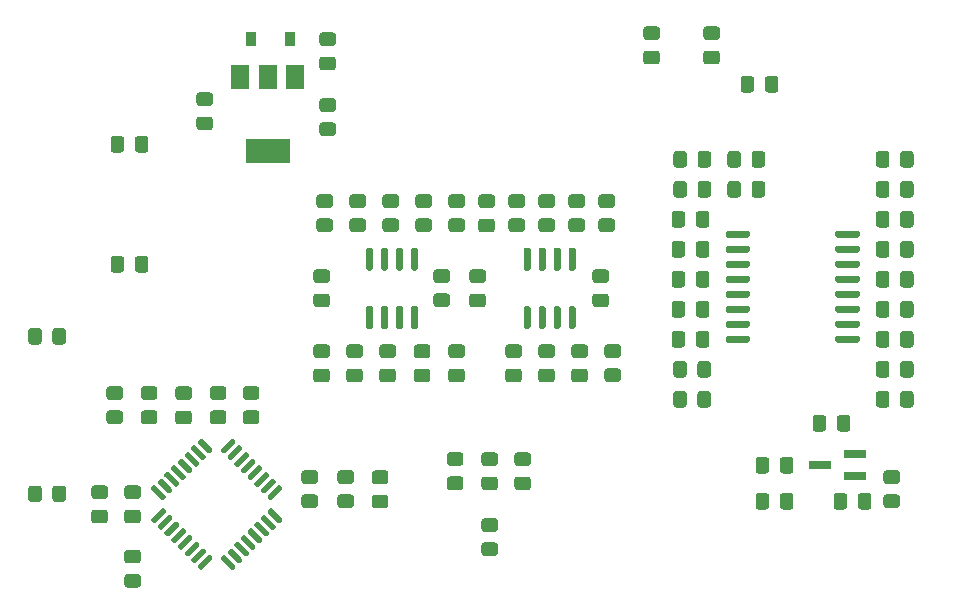
<source format=gbr>
%TF.GenerationSoftware,KiCad,Pcbnew,5.1.6-c6e7f7d~87~ubuntu18.04.1*%
%TF.CreationDate,2020-08-18T09:57:54-04:00*%
%TF.ProjectId,bit_crusher_pedal,6269745f-6372-4757-9368-65725f706564,1*%
%TF.SameCoordinates,Original*%
%TF.FileFunction,Paste,Bot*%
%TF.FilePolarity,Positive*%
%FSLAX46Y46*%
G04 Gerber Fmt 4.6, Leading zero omitted, Abs format (unit mm)*
G04 Created by KiCad (PCBNEW 5.1.6-c6e7f7d~87~ubuntu18.04.1) date 2020-08-18 09:57:54*
%MOMM*%
%LPD*%
G01*
G04 APERTURE LIST*
%ADD10R,1.900000X0.800000*%
%ADD11R,1.500000X2.000000*%
%ADD12R,3.800000X2.000000*%
%ADD13R,0.900000X1.200000*%
G04 APERTURE END LIST*
%TO.C,R34*%
G36*
G01*
X152850001Y-99871000D02*
X151949999Y-99871000D01*
G75*
G02*
X151700000Y-99621001I0J249999D01*
G01*
X151700000Y-98970999D01*
G75*
G02*
X151949999Y-98721000I249999J0D01*
G01*
X152850001Y-98721000D01*
G75*
G02*
X153100000Y-98970999I0J-249999D01*
G01*
X153100000Y-99621001D01*
G75*
G02*
X152850001Y-99871000I-249999J0D01*
G01*
G37*
G36*
G01*
X152850001Y-101921000D02*
X151949999Y-101921000D01*
G75*
G02*
X151700000Y-101671001I0J249999D01*
G01*
X151700000Y-101020999D01*
G75*
G02*
X151949999Y-100771000I249999J0D01*
G01*
X152850001Y-100771000D01*
G75*
G02*
X153100000Y-101020999I0J-249999D01*
G01*
X153100000Y-101671001D01*
G75*
G02*
X152850001Y-101921000I-249999J0D01*
G01*
G37*
%TD*%
%TO.C,R33*%
G36*
G01*
X148639000Y-100895999D02*
X148639000Y-101796001D01*
G75*
G02*
X148389001Y-102046000I-249999J0D01*
G01*
X147738999Y-102046000D01*
G75*
G02*
X147489000Y-101796001I0J249999D01*
G01*
X147489000Y-100895999D01*
G75*
G02*
X147738999Y-100646000I249999J0D01*
G01*
X148389001Y-100646000D01*
G75*
G02*
X148639000Y-100895999I0J-249999D01*
G01*
G37*
G36*
G01*
X150689000Y-100895999D02*
X150689000Y-101796001D01*
G75*
G02*
X150439001Y-102046000I-249999J0D01*
G01*
X149788999Y-102046000D01*
G75*
G02*
X149539000Y-101796001I0J249999D01*
G01*
X149539000Y-100895999D01*
G75*
G02*
X149788999Y-100646000I249999J0D01*
G01*
X150439001Y-100646000D01*
G75*
G02*
X150689000Y-100895999I0J-249999D01*
G01*
G37*
%TD*%
%TO.C,R32*%
G36*
G01*
X147761000Y-95192001D02*
X147761000Y-94291999D01*
G75*
G02*
X148010999Y-94042000I249999J0D01*
G01*
X148661001Y-94042000D01*
G75*
G02*
X148911000Y-94291999I0J-249999D01*
G01*
X148911000Y-95192001D01*
G75*
G02*
X148661001Y-95442000I-249999J0D01*
G01*
X148010999Y-95442000D01*
G75*
G02*
X147761000Y-95192001I0J249999D01*
G01*
G37*
G36*
G01*
X145711000Y-95192001D02*
X145711000Y-94291999D01*
G75*
G02*
X145960999Y-94042000I249999J0D01*
G01*
X146611001Y-94042000D01*
G75*
G02*
X146861000Y-94291999I0J-249999D01*
G01*
X146861000Y-95192001D01*
G75*
G02*
X146611001Y-95442000I-249999J0D01*
G01*
X145960999Y-95442000D01*
G75*
G02*
X145711000Y-95192001I0J249999D01*
G01*
G37*
%TD*%
%TO.C,R31*%
G36*
G01*
X142035000Y-100895999D02*
X142035000Y-101796001D01*
G75*
G02*
X141785001Y-102046000I-249999J0D01*
G01*
X141134999Y-102046000D01*
G75*
G02*
X140885000Y-101796001I0J249999D01*
G01*
X140885000Y-100895999D01*
G75*
G02*
X141134999Y-100646000I249999J0D01*
G01*
X141785001Y-100646000D01*
G75*
G02*
X142035000Y-100895999I0J-249999D01*
G01*
G37*
G36*
G01*
X144085000Y-100895999D02*
X144085000Y-101796001D01*
G75*
G02*
X143835001Y-102046000I-249999J0D01*
G01*
X143184999Y-102046000D01*
G75*
G02*
X142935000Y-101796001I0J249999D01*
G01*
X142935000Y-100895999D01*
G75*
G02*
X143184999Y-100646000I249999J0D01*
G01*
X143835001Y-100646000D01*
G75*
G02*
X144085000Y-100895999I0J-249999D01*
G01*
G37*
%TD*%
D10*
%TO.C,Q1*%
X146328000Y-98298000D03*
X149328000Y-99248000D03*
X149328000Y-97348000D03*
%TD*%
%TO.C,C37*%
G36*
G01*
X142035000Y-97847999D02*
X142035000Y-98748001D01*
G75*
G02*
X141785001Y-98998000I-249999J0D01*
G01*
X141134999Y-98998000D01*
G75*
G02*
X140885000Y-98748001I0J249999D01*
G01*
X140885000Y-97847999D01*
G75*
G02*
X141134999Y-97598000I249999J0D01*
G01*
X141785001Y-97598000D01*
G75*
G02*
X142035000Y-97847999I0J-249999D01*
G01*
G37*
G36*
G01*
X144085000Y-97847999D02*
X144085000Y-98748001D01*
G75*
G02*
X143835001Y-98998000I-249999J0D01*
G01*
X143184999Y-98998000D01*
G75*
G02*
X142935000Y-98748001I0J249999D01*
G01*
X142935000Y-97847999D01*
G75*
G02*
X143184999Y-97598000I249999J0D01*
G01*
X143835001Y-97598000D01*
G75*
G02*
X144085000Y-97847999I0J-249999D01*
G01*
G37*
%TD*%
D11*
%TO.C,U4*%
X97268000Y-65405000D03*
X101868000Y-65405000D03*
X99568000Y-65405000D03*
D12*
X99568000Y-71705000D03*
%TD*%
%TO.C,C4*%
G36*
G01*
X117659999Y-77421000D02*
X118560001Y-77421000D01*
G75*
G02*
X118810000Y-77670999I0J-249999D01*
G01*
X118810000Y-78321001D01*
G75*
G02*
X118560001Y-78571000I-249999J0D01*
G01*
X117659999Y-78571000D01*
G75*
G02*
X117410000Y-78321001I0J249999D01*
G01*
X117410000Y-77670999D01*
G75*
G02*
X117659999Y-77421000I249999J0D01*
G01*
G37*
G36*
G01*
X117659999Y-75371000D02*
X118560001Y-75371000D01*
G75*
G02*
X118810000Y-75620999I0J-249999D01*
G01*
X118810000Y-76271001D01*
G75*
G02*
X118560001Y-76521000I-249999J0D01*
G01*
X117659999Y-76521000D01*
G75*
G02*
X117410000Y-76271001I0J249999D01*
G01*
X117410000Y-75620999D01*
G75*
G02*
X117659999Y-75371000I249999J0D01*
G01*
G37*
%TD*%
%TO.C,U5*%
G36*
G01*
X140393000Y-78590000D02*
X140393000Y-78890000D01*
G75*
G02*
X140243000Y-79040000I-150000J0D01*
G01*
X138493000Y-79040000D01*
G75*
G02*
X138343000Y-78890000I0J150000D01*
G01*
X138343000Y-78590000D01*
G75*
G02*
X138493000Y-78440000I150000J0D01*
G01*
X140243000Y-78440000D01*
G75*
G02*
X140393000Y-78590000I0J-150000D01*
G01*
G37*
G36*
G01*
X140393000Y-79860000D02*
X140393000Y-80160000D01*
G75*
G02*
X140243000Y-80310000I-150000J0D01*
G01*
X138493000Y-80310000D01*
G75*
G02*
X138343000Y-80160000I0J150000D01*
G01*
X138343000Y-79860000D01*
G75*
G02*
X138493000Y-79710000I150000J0D01*
G01*
X140243000Y-79710000D01*
G75*
G02*
X140393000Y-79860000I0J-150000D01*
G01*
G37*
G36*
G01*
X140393000Y-81130000D02*
X140393000Y-81430000D01*
G75*
G02*
X140243000Y-81580000I-150000J0D01*
G01*
X138493000Y-81580000D01*
G75*
G02*
X138343000Y-81430000I0J150000D01*
G01*
X138343000Y-81130000D01*
G75*
G02*
X138493000Y-80980000I150000J0D01*
G01*
X140243000Y-80980000D01*
G75*
G02*
X140393000Y-81130000I0J-150000D01*
G01*
G37*
G36*
G01*
X140393000Y-82400000D02*
X140393000Y-82700000D01*
G75*
G02*
X140243000Y-82850000I-150000J0D01*
G01*
X138493000Y-82850000D01*
G75*
G02*
X138343000Y-82700000I0J150000D01*
G01*
X138343000Y-82400000D01*
G75*
G02*
X138493000Y-82250000I150000J0D01*
G01*
X140243000Y-82250000D01*
G75*
G02*
X140393000Y-82400000I0J-150000D01*
G01*
G37*
G36*
G01*
X140393000Y-83670000D02*
X140393000Y-83970000D01*
G75*
G02*
X140243000Y-84120000I-150000J0D01*
G01*
X138493000Y-84120000D01*
G75*
G02*
X138343000Y-83970000I0J150000D01*
G01*
X138343000Y-83670000D01*
G75*
G02*
X138493000Y-83520000I150000J0D01*
G01*
X140243000Y-83520000D01*
G75*
G02*
X140393000Y-83670000I0J-150000D01*
G01*
G37*
G36*
G01*
X140393000Y-84940000D02*
X140393000Y-85240000D01*
G75*
G02*
X140243000Y-85390000I-150000J0D01*
G01*
X138493000Y-85390000D01*
G75*
G02*
X138343000Y-85240000I0J150000D01*
G01*
X138343000Y-84940000D01*
G75*
G02*
X138493000Y-84790000I150000J0D01*
G01*
X140243000Y-84790000D01*
G75*
G02*
X140393000Y-84940000I0J-150000D01*
G01*
G37*
G36*
G01*
X140393000Y-86210000D02*
X140393000Y-86510000D01*
G75*
G02*
X140243000Y-86660000I-150000J0D01*
G01*
X138493000Y-86660000D01*
G75*
G02*
X138343000Y-86510000I0J150000D01*
G01*
X138343000Y-86210000D01*
G75*
G02*
X138493000Y-86060000I150000J0D01*
G01*
X140243000Y-86060000D01*
G75*
G02*
X140393000Y-86210000I0J-150000D01*
G01*
G37*
G36*
G01*
X140393000Y-87480000D02*
X140393000Y-87780000D01*
G75*
G02*
X140243000Y-87930000I-150000J0D01*
G01*
X138493000Y-87930000D01*
G75*
G02*
X138343000Y-87780000I0J150000D01*
G01*
X138343000Y-87480000D01*
G75*
G02*
X138493000Y-87330000I150000J0D01*
G01*
X140243000Y-87330000D01*
G75*
G02*
X140393000Y-87480000I0J-150000D01*
G01*
G37*
G36*
G01*
X149693000Y-87480000D02*
X149693000Y-87780000D01*
G75*
G02*
X149543000Y-87930000I-150000J0D01*
G01*
X147793000Y-87930000D01*
G75*
G02*
X147643000Y-87780000I0J150000D01*
G01*
X147643000Y-87480000D01*
G75*
G02*
X147793000Y-87330000I150000J0D01*
G01*
X149543000Y-87330000D01*
G75*
G02*
X149693000Y-87480000I0J-150000D01*
G01*
G37*
G36*
G01*
X149693000Y-86210000D02*
X149693000Y-86510000D01*
G75*
G02*
X149543000Y-86660000I-150000J0D01*
G01*
X147793000Y-86660000D01*
G75*
G02*
X147643000Y-86510000I0J150000D01*
G01*
X147643000Y-86210000D01*
G75*
G02*
X147793000Y-86060000I150000J0D01*
G01*
X149543000Y-86060000D01*
G75*
G02*
X149693000Y-86210000I0J-150000D01*
G01*
G37*
G36*
G01*
X149693000Y-84940000D02*
X149693000Y-85240000D01*
G75*
G02*
X149543000Y-85390000I-150000J0D01*
G01*
X147793000Y-85390000D01*
G75*
G02*
X147643000Y-85240000I0J150000D01*
G01*
X147643000Y-84940000D01*
G75*
G02*
X147793000Y-84790000I150000J0D01*
G01*
X149543000Y-84790000D01*
G75*
G02*
X149693000Y-84940000I0J-150000D01*
G01*
G37*
G36*
G01*
X149693000Y-83670000D02*
X149693000Y-83970000D01*
G75*
G02*
X149543000Y-84120000I-150000J0D01*
G01*
X147793000Y-84120000D01*
G75*
G02*
X147643000Y-83970000I0J150000D01*
G01*
X147643000Y-83670000D01*
G75*
G02*
X147793000Y-83520000I150000J0D01*
G01*
X149543000Y-83520000D01*
G75*
G02*
X149693000Y-83670000I0J-150000D01*
G01*
G37*
G36*
G01*
X149693000Y-82400000D02*
X149693000Y-82700000D01*
G75*
G02*
X149543000Y-82850000I-150000J0D01*
G01*
X147793000Y-82850000D01*
G75*
G02*
X147643000Y-82700000I0J150000D01*
G01*
X147643000Y-82400000D01*
G75*
G02*
X147793000Y-82250000I150000J0D01*
G01*
X149543000Y-82250000D01*
G75*
G02*
X149693000Y-82400000I0J-150000D01*
G01*
G37*
G36*
G01*
X149693000Y-81130000D02*
X149693000Y-81430000D01*
G75*
G02*
X149543000Y-81580000I-150000J0D01*
G01*
X147793000Y-81580000D01*
G75*
G02*
X147643000Y-81430000I0J150000D01*
G01*
X147643000Y-81130000D01*
G75*
G02*
X147793000Y-80980000I150000J0D01*
G01*
X149543000Y-80980000D01*
G75*
G02*
X149693000Y-81130000I0J-150000D01*
G01*
G37*
G36*
G01*
X149693000Y-79860000D02*
X149693000Y-80160000D01*
G75*
G02*
X149543000Y-80310000I-150000J0D01*
G01*
X147793000Y-80310000D01*
G75*
G02*
X147643000Y-80160000I0J150000D01*
G01*
X147643000Y-79860000D01*
G75*
G02*
X147793000Y-79710000I150000J0D01*
G01*
X149543000Y-79710000D01*
G75*
G02*
X149693000Y-79860000I0J-150000D01*
G01*
G37*
G36*
G01*
X149693000Y-78590000D02*
X149693000Y-78890000D01*
G75*
G02*
X149543000Y-79040000I-150000J0D01*
G01*
X147793000Y-79040000D01*
G75*
G02*
X147643000Y-78890000I0J150000D01*
G01*
X147643000Y-78590000D01*
G75*
G02*
X147793000Y-78440000I150000J0D01*
G01*
X149543000Y-78440000D01*
G75*
G02*
X149693000Y-78590000I0J-150000D01*
G01*
G37*
%TD*%
%TO.C,U1*%
G36*
G01*
X121389000Y-84812000D02*
X121689000Y-84812000D01*
G75*
G02*
X121839000Y-84962000I0J-150000D01*
G01*
X121839000Y-86612000D01*
G75*
G02*
X121689000Y-86762000I-150000J0D01*
G01*
X121389000Y-86762000D01*
G75*
G02*
X121239000Y-86612000I0J150000D01*
G01*
X121239000Y-84962000D01*
G75*
G02*
X121389000Y-84812000I150000J0D01*
G01*
G37*
G36*
G01*
X122659000Y-84812000D02*
X122959000Y-84812000D01*
G75*
G02*
X123109000Y-84962000I0J-150000D01*
G01*
X123109000Y-86612000D01*
G75*
G02*
X122959000Y-86762000I-150000J0D01*
G01*
X122659000Y-86762000D01*
G75*
G02*
X122509000Y-86612000I0J150000D01*
G01*
X122509000Y-84962000D01*
G75*
G02*
X122659000Y-84812000I150000J0D01*
G01*
G37*
G36*
G01*
X123929000Y-84812000D02*
X124229000Y-84812000D01*
G75*
G02*
X124379000Y-84962000I0J-150000D01*
G01*
X124379000Y-86612000D01*
G75*
G02*
X124229000Y-86762000I-150000J0D01*
G01*
X123929000Y-86762000D01*
G75*
G02*
X123779000Y-86612000I0J150000D01*
G01*
X123779000Y-84962000D01*
G75*
G02*
X123929000Y-84812000I150000J0D01*
G01*
G37*
G36*
G01*
X125199000Y-84812000D02*
X125499000Y-84812000D01*
G75*
G02*
X125649000Y-84962000I0J-150000D01*
G01*
X125649000Y-86612000D01*
G75*
G02*
X125499000Y-86762000I-150000J0D01*
G01*
X125199000Y-86762000D01*
G75*
G02*
X125049000Y-86612000I0J150000D01*
G01*
X125049000Y-84962000D01*
G75*
G02*
X125199000Y-84812000I150000J0D01*
G01*
G37*
G36*
G01*
X125199000Y-79862000D02*
X125499000Y-79862000D01*
G75*
G02*
X125649000Y-80012000I0J-150000D01*
G01*
X125649000Y-81662000D01*
G75*
G02*
X125499000Y-81812000I-150000J0D01*
G01*
X125199000Y-81812000D01*
G75*
G02*
X125049000Y-81662000I0J150000D01*
G01*
X125049000Y-80012000D01*
G75*
G02*
X125199000Y-79862000I150000J0D01*
G01*
G37*
G36*
G01*
X123929000Y-79862000D02*
X124229000Y-79862000D01*
G75*
G02*
X124379000Y-80012000I0J-150000D01*
G01*
X124379000Y-81662000D01*
G75*
G02*
X124229000Y-81812000I-150000J0D01*
G01*
X123929000Y-81812000D01*
G75*
G02*
X123779000Y-81662000I0J150000D01*
G01*
X123779000Y-80012000D01*
G75*
G02*
X123929000Y-79862000I150000J0D01*
G01*
G37*
G36*
G01*
X122659000Y-79862000D02*
X122959000Y-79862000D01*
G75*
G02*
X123109000Y-80012000I0J-150000D01*
G01*
X123109000Y-81662000D01*
G75*
G02*
X122959000Y-81812000I-150000J0D01*
G01*
X122659000Y-81812000D01*
G75*
G02*
X122509000Y-81662000I0J150000D01*
G01*
X122509000Y-80012000D01*
G75*
G02*
X122659000Y-79862000I150000J0D01*
G01*
G37*
G36*
G01*
X121389000Y-79862000D02*
X121689000Y-79862000D01*
G75*
G02*
X121839000Y-80012000I0J-150000D01*
G01*
X121839000Y-81662000D01*
G75*
G02*
X121689000Y-81812000I-150000J0D01*
G01*
X121389000Y-81812000D01*
G75*
G02*
X121239000Y-81662000I0J150000D01*
G01*
X121239000Y-80012000D01*
G75*
G02*
X121389000Y-79862000I150000J0D01*
G01*
G37*
%TD*%
%TO.C,R30*%
G36*
G01*
X152213000Y-77019999D02*
X152213000Y-77920001D01*
G75*
G02*
X151963001Y-78170000I-249999J0D01*
G01*
X151312999Y-78170000D01*
G75*
G02*
X151063000Y-77920001I0J249999D01*
G01*
X151063000Y-77019999D01*
G75*
G02*
X151312999Y-76770000I249999J0D01*
G01*
X151963001Y-76770000D01*
G75*
G02*
X152213000Y-77019999I0J-249999D01*
G01*
G37*
G36*
G01*
X154263000Y-77019999D02*
X154263000Y-77920001D01*
G75*
G02*
X154013001Y-78170000I-249999J0D01*
G01*
X153362999Y-78170000D01*
G75*
G02*
X153113000Y-77920001I0J249999D01*
G01*
X153113000Y-77019999D01*
G75*
G02*
X153362999Y-76770000I249999J0D01*
G01*
X154013001Y-76770000D01*
G75*
G02*
X154263000Y-77019999I0J-249999D01*
G01*
G37*
%TD*%
%TO.C,R29*%
G36*
G01*
X153113000Y-88080001D02*
X153113000Y-87179999D01*
G75*
G02*
X153362999Y-86930000I249999J0D01*
G01*
X154013001Y-86930000D01*
G75*
G02*
X154263000Y-87179999I0J-249999D01*
G01*
X154263000Y-88080001D01*
G75*
G02*
X154013001Y-88330000I-249999J0D01*
G01*
X153362999Y-88330000D01*
G75*
G02*
X153113000Y-88080001I0J249999D01*
G01*
G37*
G36*
G01*
X151063000Y-88080001D02*
X151063000Y-87179999D01*
G75*
G02*
X151312999Y-86930000I249999J0D01*
G01*
X151963001Y-86930000D01*
G75*
G02*
X152213000Y-87179999I0J-249999D01*
G01*
X152213000Y-88080001D01*
G75*
G02*
X151963001Y-88330000I-249999J0D01*
G01*
X151312999Y-88330000D01*
G75*
G02*
X151063000Y-88080001I0J249999D01*
G01*
G37*
%TD*%
%TO.C,R28*%
G36*
G01*
X152213000Y-71939999D02*
X152213000Y-72840001D01*
G75*
G02*
X151963001Y-73090000I-249999J0D01*
G01*
X151312999Y-73090000D01*
G75*
G02*
X151063000Y-72840001I0J249999D01*
G01*
X151063000Y-71939999D01*
G75*
G02*
X151312999Y-71690000I249999J0D01*
G01*
X151963001Y-71690000D01*
G75*
G02*
X152213000Y-71939999I0J-249999D01*
G01*
G37*
G36*
G01*
X154263000Y-71939999D02*
X154263000Y-72840001D01*
G75*
G02*
X154013001Y-73090000I-249999J0D01*
G01*
X153362999Y-73090000D01*
G75*
G02*
X153113000Y-72840001I0J249999D01*
G01*
X153113000Y-71939999D01*
G75*
G02*
X153362999Y-71690000I249999J0D01*
G01*
X154013001Y-71690000D01*
G75*
G02*
X154263000Y-71939999I0J-249999D01*
G01*
G37*
%TD*%
%TO.C,R27*%
G36*
G01*
X152213000Y-82099999D02*
X152213000Y-83000001D01*
G75*
G02*
X151963001Y-83250000I-249999J0D01*
G01*
X151312999Y-83250000D01*
G75*
G02*
X151063000Y-83000001I0J249999D01*
G01*
X151063000Y-82099999D01*
G75*
G02*
X151312999Y-81850000I249999J0D01*
G01*
X151963001Y-81850000D01*
G75*
G02*
X152213000Y-82099999I0J-249999D01*
G01*
G37*
G36*
G01*
X154263000Y-82099999D02*
X154263000Y-83000001D01*
G75*
G02*
X154013001Y-83250000I-249999J0D01*
G01*
X153362999Y-83250000D01*
G75*
G02*
X153113000Y-83000001I0J249999D01*
G01*
X153113000Y-82099999D01*
G75*
G02*
X153362999Y-81850000I249999J0D01*
G01*
X154013001Y-81850000D01*
G75*
G02*
X154263000Y-82099999I0J-249999D01*
G01*
G37*
%TD*%
%TO.C,R26*%
G36*
G01*
X135950000Y-93160001D02*
X135950000Y-92259999D01*
G75*
G02*
X136199999Y-92010000I249999J0D01*
G01*
X136850001Y-92010000D01*
G75*
G02*
X137100000Y-92259999I0J-249999D01*
G01*
X137100000Y-93160001D01*
G75*
G02*
X136850001Y-93410000I-249999J0D01*
G01*
X136199999Y-93410000D01*
G75*
G02*
X135950000Y-93160001I0J249999D01*
G01*
G37*
G36*
G01*
X133900000Y-93160001D02*
X133900000Y-92259999D01*
G75*
G02*
X134149999Y-92010000I249999J0D01*
G01*
X134800001Y-92010000D01*
G75*
G02*
X135050000Y-92259999I0J-249999D01*
G01*
X135050000Y-93160001D01*
G75*
G02*
X134800001Y-93410000I-249999J0D01*
G01*
X134149999Y-93410000D01*
G75*
G02*
X133900000Y-93160001I0J249999D01*
G01*
G37*
%TD*%
%TO.C,R25*%
G36*
G01*
X134923000Y-84639999D02*
X134923000Y-85540001D01*
G75*
G02*
X134673001Y-85790000I-249999J0D01*
G01*
X134022999Y-85790000D01*
G75*
G02*
X133773000Y-85540001I0J249999D01*
G01*
X133773000Y-84639999D01*
G75*
G02*
X134022999Y-84390000I249999J0D01*
G01*
X134673001Y-84390000D01*
G75*
G02*
X134923000Y-84639999I0J-249999D01*
G01*
G37*
G36*
G01*
X136973000Y-84639999D02*
X136973000Y-85540001D01*
G75*
G02*
X136723001Y-85790000I-249999J0D01*
G01*
X136072999Y-85790000D01*
G75*
G02*
X135823000Y-85540001I0J249999D01*
G01*
X135823000Y-84639999D01*
G75*
G02*
X136072999Y-84390000I249999J0D01*
G01*
X136723001Y-84390000D01*
G75*
G02*
X136973000Y-84639999I0J-249999D01*
G01*
G37*
%TD*%
%TO.C,R24*%
G36*
G01*
X134923000Y-82099999D02*
X134923000Y-83000001D01*
G75*
G02*
X134673001Y-83250000I-249999J0D01*
G01*
X134022999Y-83250000D01*
G75*
G02*
X133773000Y-83000001I0J249999D01*
G01*
X133773000Y-82099999D01*
G75*
G02*
X134022999Y-81850000I249999J0D01*
G01*
X134673001Y-81850000D01*
G75*
G02*
X134923000Y-82099999I0J-249999D01*
G01*
G37*
G36*
G01*
X136973000Y-82099999D02*
X136973000Y-83000001D01*
G75*
G02*
X136723001Y-83250000I-249999J0D01*
G01*
X136072999Y-83250000D01*
G75*
G02*
X135823000Y-83000001I0J249999D01*
G01*
X135823000Y-82099999D01*
G75*
G02*
X136072999Y-81850000I249999J0D01*
G01*
X136723001Y-81850000D01*
G75*
G02*
X136973000Y-82099999I0J-249999D01*
G01*
G37*
%TD*%
%TO.C,R19*%
G36*
G01*
X87425000Y-80829999D02*
X87425000Y-81730001D01*
G75*
G02*
X87175001Y-81980000I-249999J0D01*
G01*
X86524999Y-81980000D01*
G75*
G02*
X86275000Y-81730001I0J249999D01*
G01*
X86275000Y-80829999D01*
G75*
G02*
X86524999Y-80580000I249999J0D01*
G01*
X87175001Y-80580000D01*
G75*
G02*
X87425000Y-80829999I0J-249999D01*
G01*
G37*
G36*
G01*
X89475000Y-80829999D02*
X89475000Y-81730001D01*
G75*
G02*
X89225001Y-81980000I-249999J0D01*
G01*
X88574999Y-81980000D01*
G75*
G02*
X88325000Y-81730001I0J249999D01*
G01*
X88325000Y-80829999D01*
G75*
G02*
X88574999Y-80580000I249999J0D01*
G01*
X89225001Y-80580000D01*
G75*
G02*
X89475000Y-80829999I0J-249999D01*
G01*
G37*
%TD*%
%TO.C,R12*%
G36*
G01*
X135968000Y-72840001D02*
X135968000Y-71939999D01*
G75*
G02*
X136217999Y-71690000I249999J0D01*
G01*
X136868001Y-71690000D01*
G75*
G02*
X137118000Y-71939999I0J-249999D01*
G01*
X137118000Y-72840001D01*
G75*
G02*
X136868001Y-73090000I-249999J0D01*
G01*
X136217999Y-73090000D01*
G75*
G02*
X135968000Y-72840001I0J249999D01*
G01*
G37*
G36*
G01*
X133918000Y-72840001D02*
X133918000Y-71939999D01*
G75*
G02*
X134167999Y-71690000I249999J0D01*
G01*
X134818001Y-71690000D01*
G75*
G02*
X135068000Y-71939999I0J-249999D01*
G01*
X135068000Y-72840001D01*
G75*
G02*
X134818001Y-73090000I-249999J0D01*
G01*
X134167999Y-73090000D01*
G75*
G02*
X133918000Y-72840001I0J249999D01*
G01*
G37*
%TD*%
%TO.C,R11*%
G36*
G01*
X134923000Y-77019999D02*
X134923000Y-77920001D01*
G75*
G02*
X134673001Y-78170000I-249999J0D01*
G01*
X134022999Y-78170000D01*
G75*
G02*
X133773000Y-77920001I0J249999D01*
G01*
X133773000Y-77019999D01*
G75*
G02*
X134022999Y-76770000I249999J0D01*
G01*
X134673001Y-76770000D01*
G75*
G02*
X134923000Y-77019999I0J-249999D01*
G01*
G37*
G36*
G01*
X136973000Y-77019999D02*
X136973000Y-77920001D01*
G75*
G02*
X136723001Y-78170000I-249999J0D01*
G01*
X136072999Y-78170000D01*
G75*
G02*
X135823000Y-77920001I0J249999D01*
G01*
X135823000Y-77019999D01*
G75*
G02*
X136072999Y-76770000I249999J0D01*
G01*
X136723001Y-76770000D01*
G75*
G02*
X136973000Y-77019999I0J-249999D01*
G01*
G37*
%TD*%
%TO.C,R5*%
G36*
G01*
X140765000Y-65589999D02*
X140765000Y-66490001D01*
G75*
G02*
X140515001Y-66740000I-249999J0D01*
G01*
X139864999Y-66740000D01*
G75*
G02*
X139615000Y-66490001I0J249999D01*
G01*
X139615000Y-65589999D01*
G75*
G02*
X139864999Y-65340000I249999J0D01*
G01*
X140515001Y-65340000D01*
G75*
G02*
X140765000Y-65589999I0J-249999D01*
G01*
G37*
G36*
G01*
X142815000Y-65589999D02*
X142815000Y-66490001D01*
G75*
G02*
X142565001Y-66740000I-249999J0D01*
G01*
X141914999Y-66740000D01*
G75*
G02*
X141665000Y-66490001I0J249999D01*
G01*
X141665000Y-65589999D01*
G75*
G02*
X141914999Y-65340000I249999J0D01*
G01*
X142565001Y-65340000D01*
G75*
G02*
X142815000Y-65589999I0J-249999D01*
G01*
G37*
%TD*%
%TO.C,C36*%
G36*
G01*
X139640000Y-74479999D02*
X139640000Y-75380001D01*
G75*
G02*
X139390001Y-75630000I-249999J0D01*
G01*
X138739999Y-75630000D01*
G75*
G02*
X138490000Y-75380001I0J249999D01*
G01*
X138490000Y-74479999D01*
G75*
G02*
X138739999Y-74230000I249999J0D01*
G01*
X139390001Y-74230000D01*
G75*
G02*
X139640000Y-74479999I0J-249999D01*
G01*
G37*
G36*
G01*
X141690000Y-74479999D02*
X141690000Y-75380001D01*
G75*
G02*
X141440001Y-75630000I-249999J0D01*
G01*
X140789999Y-75630000D01*
G75*
G02*
X140540000Y-75380001I0J249999D01*
G01*
X140540000Y-74479999D01*
G75*
G02*
X140789999Y-74230000I249999J0D01*
G01*
X141440001Y-74230000D01*
G75*
G02*
X141690000Y-74479999I0J-249999D01*
G01*
G37*
%TD*%
%TO.C,C35*%
G36*
G01*
X139640000Y-71939999D02*
X139640000Y-72840001D01*
G75*
G02*
X139390001Y-73090000I-249999J0D01*
G01*
X138739999Y-73090000D01*
G75*
G02*
X138490000Y-72840001I0J249999D01*
G01*
X138490000Y-71939999D01*
G75*
G02*
X138739999Y-71690000I249999J0D01*
G01*
X139390001Y-71690000D01*
G75*
G02*
X139640000Y-71939999I0J-249999D01*
G01*
G37*
G36*
G01*
X141690000Y-71939999D02*
X141690000Y-72840001D01*
G75*
G02*
X141440001Y-73090000I-249999J0D01*
G01*
X140789999Y-73090000D01*
G75*
G02*
X140540000Y-72840001I0J249999D01*
G01*
X140540000Y-71939999D01*
G75*
G02*
X140789999Y-71690000I249999J0D01*
G01*
X141440001Y-71690000D01*
G75*
G02*
X141690000Y-71939999I0J-249999D01*
G01*
G37*
%TD*%
%TO.C,C34*%
G36*
G01*
X152213000Y-89719999D02*
X152213000Y-90620001D01*
G75*
G02*
X151963001Y-90870000I-249999J0D01*
G01*
X151312999Y-90870000D01*
G75*
G02*
X151063000Y-90620001I0J249999D01*
G01*
X151063000Y-89719999D01*
G75*
G02*
X151312999Y-89470000I249999J0D01*
G01*
X151963001Y-89470000D01*
G75*
G02*
X152213000Y-89719999I0J-249999D01*
G01*
G37*
G36*
G01*
X154263000Y-89719999D02*
X154263000Y-90620001D01*
G75*
G02*
X154013001Y-90870000I-249999J0D01*
G01*
X153362999Y-90870000D01*
G75*
G02*
X153113000Y-90620001I0J249999D01*
G01*
X153113000Y-89719999D01*
G75*
G02*
X153362999Y-89470000I249999J0D01*
G01*
X154013001Y-89470000D01*
G75*
G02*
X154263000Y-89719999I0J-249999D01*
G01*
G37*
%TD*%
%TO.C,C33*%
G36*
G01*
X153113000Y-80460001D02*
X153113000Y-79559999D01*
G75*
G02*
X153362999Y-79310000I249999J0D01*
G01*
X154013001Y-79310000D01*
G75*
G02*
X154263000Y-79559999I0J-249999D01*
G01*
X154263000Y-80460001D01*
G75*
G02*
X154013001Y-80710000I-249999J0D01*
G01*
X153362999Y-80710000D01*
G75*
G02*
X153113000Y-80460001I0J249999D01*
G01*
G37*
G36*
G01*
X151063000Y-80460001D02*
X151063000Y-79559999D01*
G75*
G02*
X151312999Y-79310000I249999J0D01*
G01*
X151963001Y-79310000D01*
G75*
G02*
X152213000Y-79559999I0J-249999D01*
G01*
X152213000Y-80460001D01*
G75*
G02*
X151963001Y-80710000I-249999J0D01*
G01*
X151312999Y-80710000D01*
G75*
G02*
X151063000Y-80460001I0J249999D01*
G01*
G37*
%TD*%
%TO.C,C32*%
G36*
G01*
X152213000Y-74479999D02*
X152213000Y-75380001D01*
G75*
G02*
X151963001Y-75630000I-249999J0D01*
G01*
X151312999Y-75630000D01*
G75*
G02*
X151063000Y-75380001I0J249999D01*
G01*
X151063000Y-74479999D01*
G75*
G02*
X151312999Y-74230000I249999J0D01*
G01*
X151963001Y-74230000D01*
G75*
G02*
X152213000Y-74479999I0J-249999D01*
G01*
G37*
G36*
G01*
X154263000Y-74479999D02*
X154263000Y-75380001D01*
G75*
G02*
X154013001Y-75630000I-249999J0D01*
G01*
X153362999Y-75630000D01*
G75*
G02*
X153113000Y-75380001I0J249999D01*
G01*
X153113000Y-74479999D01*
G75*
G02*
X153362999Y-74230000I249999J0D01*
G01*
X154013001Y-74230000D01*
G75*
G02*
X154263000Y-74479999I0J-249999D01*
G01*
G37*
%TD*%
%TO.C,C31*%
G36*
G01*
X152213000Y-92259999D02*
X152213000Y-93160001D01*
G75*
G02*
X151963001Y-93410000I-249999J0D01*
G01*
X151312999Y-93410000D01*
G75*
G02*
X151063000Y-93160001I0J249999D01*
G01*
X151063000Y-92259999D01*
G75*
G02*
X151312999Y-92010000I249999J0D01*
G01*
X151963001Y-92010000D01*
G75*
G02*
X152213000Y-92259999I0J-249999D01*
G01*
G37*
G36*
G01*
X154263000Y-92259999D02*
X154263000Y-93160001D01*
G75*
G02*
X154013001Y-93410000I-249999J0D01*
G01*
X153362999Y-93410000D01*
G75*
G02*
X153113000Y-93160001I0J249999D01*
G01*
X153113000Y-92259999D01*
G75*
G02*
X153362999Y-92010000I249999J0D01*
G01*
X154013001Y-92010000D01*
G75*
G02*
X154263000Y-92259999I0J-249999D01*
G01*
G37*
%TD*%
%TO.C,C30*%
G36*
G01*
X153113000Y-85540001D02*
X153113000Y-84639999D01*
G75*
G02*
X153362999Y-84390000I249999J0D01*
G01*
X154013001Y-84390000D01*
G75*
G02*
X154263000Y-84639999I0J-249999D01*
G01*
X154263000Y-85540001D01*
G75*
G02*
X154013001Y-85790000I-249999J0D01*
G01*
X153362999Y-85790000D01*
G75*
G02*
X153113000Y-85540001I0J249999D01*
G01*
G37*
G36*
G01*
X151063000Y-85540001D02*
X151063000Y-84639999D01*
G75*
G02*
X151312999Y-84390000I249999J0D01*
G01*
X151963001Y-84390000D01*
G75*
G02*
X152213000Y-84639999I0J-249999D01*
G01*
X152213000Y-85540001D01*
G75*
G02*
X151963001Y-85790000I-249999J0D01*
G01*
X151312999Y-85790000D01*
G75*
G02*
X151063000Y-85540001I0J249999D01*
G01*
G37*
%TD*%
%TO.C,C29*%
G36*
G01*
X135050000Y-89719999D02*
X135050000Y-90620001D01*
G75*
G02*
X134800001Y-90870000I-249999J0D01*
G01*
X134149999Y-90870000D01*
G75*
G02*
X133900000Y-90620001I0J249999D01*
G01*
X133900000Y-89719999D01*
G75*
G02*
X134149999Y-89470000I249999J0D01*
G01*
X134800001Y-89470000D01*
G75*
G02*
X135050000Y-89719999I0J-249999D01*
G01*
G37*
G36*
G01*
X137100000Y-89719999D02*
X137100000Y-90620001D01*
G75*
G02*
X136850001Y-90870000I-249999J0D01*
G01*
X136199999Y-90870000D01*
G75*
G02*
X135950000Y-90620001I0J249999D01*
G01*
X135950000Y-89719999D01*
G75*
G02*
X136199999Y-89470000I249999J0D01*
G01*
X136850001Y-89470000D01*
G75*
G02*
X137100000Y-89719999I0J-249999D01*
G01*
G37*
%TD*%
%TO.C,C28*%
G36*
G01*
X134923000Y-87179999D02*
X134923000Y-88080001D01*
G75*
G02*
X134673001Y-88330000I-249999J0D01*
G01*
X134022999Y-88330000D01*
G75*
G02*
X133773000Y-88080001I0J249999D01*
G01*
X133773000Y-87179999D01*
G75*
G02*
X134022999Y-86930000I249999J0D01*
G01*
X134673001Y-86930000D01*
G75*
G02*
X134923000Y-87179999I0J-249999D01*
G01*
G37*
G36*
G01*
X136973000Y-87179999D02*
X136973000Y-88080001D01*
G75*
G02*
X136723001Y-88330000I-249999J0D01*
G01*
X136072999Y-88330000D01*
G75*
G02*
X135823000Y-88080001I0J249999D01*
G01*
X135823000Y-87179999D01*
G75*
G02*
X136072999Y-86930000I249999J0D01*
G01*
X136723001Y-86930000D01*
G75*
G02*
X136973000Y-87179999I0J-249999D01*
G01*
G37*
%TD*%
%TO.C,C27*%
G36*
G01*
X135968000Y-75380001D02*
X135968000Y-74479999D01*
G75*
G02*
X136217999Y-74230000I249999J0D01*
G01*
X136868001Y-74230000D01*
G75*
G02*
X137118000Y-74479999I0J-249999D01*
G01*
X137118000Y-75380001D01*
G75*
G02*
X136868001Y-75630000I-249999J0D01*
G01*
X136217999Y-75630000D01*
G75*
G02*
X135968000Y-75380001I0J249999D01*
G01*
G37*
G36*
G01*
X133918000Y-75380001D02*
X133918000Y-74479999D01*
G75*
G02*
X134167999Y-74230000I249999J0D01*
G01*
X134818001Y-74230000D01*
G75*
G02*
X135068000Y-74479999I0J-249999D01*
G01*
X135068000Y-75380001D01*
G75*
G02*
X134818001Y-75630000I-249999J0D01*
G01*
X134167999Y-75630000D01*
G75*
G02*
X133918000Y-75380001I0J249999D01*
G01*
G37*
%TD*%
%TO.C,C8*%
G36*
G01*
X134923000Y-79559999D02*
X134923000Y-80460001D01*
G75*
G02*
X134673001Y-80710000I-249999J0D01*
G01*
X134022999Y-80710000D01*
G75*
G02*
X133773000Y-80460001I0J249999D01*
G01*
X133773000Y-79559999D01*
G75*
G02*
X134022999Y-79310000I249999J0D01*
G01*
X134673001Y-79310000D01*
G75*
G02*
X134923000Y-79559999I0J-249999D01*
G01*
G37*
G36*
G01*
X136973000Y-79559999D02*
X136973000Y-80460001D01*
G75*
G02*
X136723001Y-80710000I-249999J0D01*
G01*
X136072999Y-80710000D01*
G75*
G02*
X135823000Y-80460001I0J249999D01*
G01*
X135823000Y-79559999D01*
G75*
G02*
X136072999Y-79310000I249999J0D01*
G01*
X136723001Y-79310000D01*
G75*
G02*
X136973000Y-79559999I0J-249999D01*
G01*
G37*
%TD*%
%TO.C,R23*%
G36*
G01*
X118814001Y-103935000D02*
X117913999Y-103935000D01*
G75*
G02*
X117664000Y-103685001I0J249999D01*
G01*
X117664000Y-103034999D01*
G75*
G02*
X117913999Y-102785000I249999J0D01*
G01*
X118814001Y-102785000D01*
G75*
G02*
X119064000Y-103034999I0J-249999D01*
G01*
X119064000Y-103685001D01*
G75*
G02*
X118814001Y-103935000I-249999J0D01*
G01*
G37*
G36*
G01*
X118814001Y-105985000D02*
X117913999Y-105985000D01*
G75*
G02*
X117664000Y-105735001I0J249999D01*
G01*
X117664000Y-105084999D01*
G75*
G02*
X117913999Y-104835000I249999J0D01*
G01*
X118814001Y-104835000D01*
G75*
G02*
X119064000Y-105084999I0J-249999D01*
G01*
X119064000Y-105735001D01*
G75*
G02*
X118814001Y-105985000I-249999J0D01*
G01*
G37*
%TD*%
%TO.C,U3*%
G36*
G01*
X89699212Y-102837437D02*
X90583095Y-101953554D01*
G75*
G02*
X90759871Y-101953554I88388J-88388D01*
G01*
X90936648Y-102130331D01*
G75*
G02*
X90936648Y-102307107I-88388J-88388D01*
G01*
X90052765Y-103190990D01*
G75*
G02*
X89875989Y-103190990I-88388J88388D01*
G01*
X89699212Y-103014213D01*
G75*
G02*
X89699212Y-102837437I88388J88388D01*
G01*
G37*
G36*
G01*
X90264898Y-103403122D02*
X91148781Y-102519239D01*
G75*
G02*
X91325557Y-102519239I88388J-88388D01*
G01*
X91502334Y-102696016D01*
G75*
G02*
X91502334Y-102872792I-88388J-88388D01*
G01*
X90618451Y-103756675D01*
G75*
G02*
X90441675Y-103756675I-88388J88388D01*
G01*
X90264898Y-103579898D01*
G75*
G02*
X90264898Y-103403122I88388J88388D01*
G01*
G37*
G36*
G01*
X90830583Y-103968808D02*
X91714466Y-103084925D01*
G75*
G02*
X91891242Y-103084925I88388J-88388D01*
G01*
X92068019Y-103261702D01*
G75*
G02*
X92068019Y-103438478I-88388J-88388D01*
G01*
X91184136Y-104322361D01*
G75*
G02*
X91007360Y-104322361I-88388J88388D01*
G01*
X90830583Y-104145584D01*
G75*
G02*
X90830583Y-103968808I88388J88388D01*
G01*
G37*
G36*
G01*
X91396268Y-104534493D02*
X92280151Y-103650610D01*
G75*
G02*
X92456927Y-103650610I88388J-88388D01*
G01*
X92633704Y-103827387D01*
G75*
G02*
X92633704Y-104004163I-88388J-88388D01*
G01*
X91749821Y-104888046D01*
G75*
G02*
X91573045Y-104888046I-88388J88388D01*
G01*
X91396268Y-104711269D01*
G75*
G02*
X91396268Y-104534493I88388J88388D01*
G01*
G37*
G36*
G01*
X91961954Y-105100179D02*
X92845837Y-104216296D01*
G75*
G02*
X93022613Y-104216296I88388J-88388D01*
G01*
X93199390Y-104393073D01*
G75*
G02*
X93199390Y-104569849I-88388J-88388D01*
G01*
X92315507Y-105453732D01*
G75*
G02*
X92138731Y-105453732I-88388J88388D01*
G01*
X91961954Y-105276955D01*
G75*
G02*
X91961954Y-105100179I88388J88388D01*
G01*
G37*
G36*
G01*
X92527639Y-105665864D02*
X93411522Y-104781981D01*
G75*
G02*
X93588298Y-104781981I88388J-88388D01*
G01*
X93765075Y-104958758D01*
G75*
G02*
X93765075Y-105135534I-88388J-88388D01*
G01*
X92881192Y-106019417D01*
G75*
G02*
X92704416Y-106019417I-88388J88388D01*
G01*
X92527639Y-105842640D01*
G75*
G02*
X92527639Y-105665864I88388J88388D01*
G01*
G37*
G36*
G01*
X93093325Y-106231549D02*
X93977208Y-105347666D01*
G75*
G02*
X94153984Y-105347666I88388J-88388D01*
G01*
X94330761Y-105524443D01*
G75*
G02*
X94330761Y-105701219I-88388J-88388D01*
G01*
X93446878Y-106585102D01*
G75*
G02*
X93270102Y-106585102I-88388J88388D01*
G01*
X93093325Y-106408325D01*
G75*
G02*
X93093325Y-106231549I88388J88388D01*
G01*
G37*
G36*
G01*
X93659010Y-106797235D02*
X94542893Y-105913352D01*
G75*
G02*
X94719669Y-105913352I88388J-88388D01*
G01*
X94896446Y-106090129D01*
G75*
G02*
X94896446Y-106266905I-88388J-88388D01*
G01*
X94012563Y-107150788D01*
G75*
G02*
X93835787Y-107150788I-88388J88388D01*
G01*
X93659010Y-106974011D01*
G75*
G02*
X93659010Y-106797235I88388J88388D01*
G01*
G37*
G36*
G01*
X95603554Y-106090128D02*
X95780331Y-105913352D01*
G75*
G02*
X95957107Y-105913352I88388J-88388D01*
G01*
X96840990Y-106797235D01*
G75*
G02*
X96840990Y-106974011I-88388J-88388D01*
G01*
X96664213Y-107150788D01*
G75*
G02*
X96487437Y-107150788I-88388J88388D01*
G01*
X95603554Y-106266905D01*
G75*
G02*
X95603554Y-106090129I88388J88388D01*
G01*
G37*
G36*
G01*
X96169239Y-105524442D02*
X96346016Y-105347666D01*
G75*
G02*
X96522792Y-105347666I88388J-88388D01*
G01*
X97406675Y-106231549D01*
G75*
G02*
X97406675Y-106408325I-88388J-88388D01*
G01*
X97229898Y-106585102D01*
G75*
G02*
X97053122Y-106585102I-88388J88388D01*
G01*
X96169239Y-105701219D01*
G75*
G02*
X96169239Y-105524443I88388J88388D01*
G01*
G37*
G36*
G01*
X96734925Y-104958757D02*
X96911702Y-104781981D01*
G75*
G02*
X97088478Y-104781981I88388J-88388D01*
G01*
X97972361Y-105665864D01*
G75*
G02*
X97972361Y-105842640I-88388J-88388D01*
G01*
X97795584Y-106019417D01*
G75*
G02*
X97618808Y-106019417I-88388J88388D01*
G01*
X96734925Y-105135534D01*
G75*
G02*
X96734925Y-104958758I88388J88388D01*
G01*
G37*
G36*
G01*
X97300610Y-104393072D02*
X97477387Y-104216296D01*
G75*
G02*
X97654163Y-104216296I88388J-88388D01*
G01*
X98538046Y-105100179D01*
G75*
G02*
X98538046Y-105276955I-88388J-88388D01*
G01*
X98361269Y-105453732D01*
G75*
G02*
X98184493Y-105453732I-88388J88388D01*
G01*
X97300610Y-104569849D01*
G75*
G02*
X97300610Y-104393073I88388J88388D01*
G01*
G37*
G36*
G01*
X97866296Y-103827386D02*
X98043073Y-103650610D01*
G75*
G02*
X98219849Y-103650610I88388J-88388D01*
G01*
X99103732Y-104534493D01*
G75*
G02*
X99103732Y-104711269I-88388J-88388D01*
G01*
X98926955Y-104888046D01*
G75*
G02*
X98750179Y-104888046I-88388J88388D01*
G01*
X97866296Y-104004163D01*
G75*
G02*
X97866296Y-103827387I88388J88388D01*
G01*
G37*
G36*
G01*
X98431981Y-103261701D02*
X98608758Y-103084925D01*
G75*
G02*
X98785534Y-103084925I88388J-88388D01*
G01*
X99669417Y-103968808D01*
G75*
G02*
X99669417Y-104145584I-88388J-88388D01*
G01*
X99492640Y-104322361D01*
G75*
G02*
X99315864Y-104322361I-88388J88388D01*
G01*
X98431981Y-103438478D01*
G75*
G02*
X98431981Y-103261702I88388J88388D01*
G01*
G37*
G36*
G01*
X98997666Y-102696015D02*
X99174443Y-102519239D01*
G75*
G02*
X99351219Y-102519239I88388J-88388D01*
G01*
X100235102Y-103403122D01*
G75*
G02*
X100235102Y-103579898I-88388J-88388D01*
G01*
X100058325Y-103756675D01*
G75*
G02*
X99881549Y-103756675I-88388J88388D01*
G01*
X98997666Y-102872792D01*
G75*
G02*
X98997666Y-102696016I88388J88388D01*
G01*
G37*
G36*
G01*
X99563352Y-102130330D02*
X99740129Y-101953554D01*
G75*
G02*
X99916905Y-101953554I88388J-88388D01*
G01*
X100800788Y-102837437D01*
G75*
G02*
X100800788Y-103014213I-88388J-88388D01*
G01*
X100624011Y-103190990D01*
G75*
G02*
X100447235Y-103190990I-88388J88388D01*
G01*
X99563352Y-102307107D01*
G75*
G02*
X99563352Y-102130331I88388J88388D01*
G01*
G37*
G36*
G01*
X99563352Y-100892893D02*
X100447235Y-100009010D01*
G75*
G02*
X100624011Y-100009010I88388J-88388D01*
G01*
X100800788Y-100185787D01*
G75*
G02*
X100800788Y-100362563I-88388J-88388D01*
G01*
X99916905Y-101246446D01*
G75*
G02*
X99740129Y-101246446I-88388J88388D01*
G01*
X99563352Y-101069669D01*
G75*
G02*
X99563352Y-100892893I88388J88388D01*
G01*
G37*
G36*
G01*
X98997666Y-100327208D02*
X99881549Y-99443325D01*
G75*
G02*
X100058325Y-99443325I88388J-88388D01*
G01*
X100235102Y-99620102D01*
G75*
G02*
X100235102Y-99796878I-88388J-88388D01*
G01*
X99351219Y-100680761D01*
G75*
G02*
X99174443Y-100680761I-88388J88388D01*
G01*
X98997666Y-100503984D01*
G75*
G02*
X98997666Y-100327208I88388J88388D01*
G01*
G37*
G36*
G01*
X98431981Y-99761522D02*
X99315864Y-98877639D01*
G75*
G02*
X99492640Y-98877639I88388J-88388D01*
G01*
X99669417Y-99054416D01*
G75*
G02*
X99669417Y-99231192I-88388J-88388D01*
G01*
X98785534Y-100115075D01*
G75*
G02*
X98608758Y-100115075I-88388J88388D01*
G01*
X98431981Y-99938298D01*
G75*
G02*
X98431981Y-99761522I88388J88388D01*
G01*
G37*
G36*
G01*
X97866296Y-99195837D02*
X98750179Y-98311954D01*
G75*
G02*
X98926955Y-98311954I88388J-88388D01*
G01*
X99103732Y-98488731D01*
G75*
G02*
X99103732Y-98665507I-88388J-88388D01*
G01*
X98219849Y-99549390D01*
G75*
G02*
X98043073Y-99549390I-88388J88388D01*
G01*
X97866296Y-99372613D01*
G75*
G02*
X97866296Y-99195837I88388J88388D01*
G01*
G37*
G36*
G01*
X97300610Y-98630151D02*
X98184493Y-97746268D01*
G75*
G02*
X98361269Y-97746268I88388J-88388D01*
G01*
X98538046Y-97923045D01*
G75*
G02*
X98538046Y-98099821I-88388J-88388D01*
G01*
X97654163Y-98983704D01*
G75*
G02*
X97477387Y-98983704I-88388J88388D01*
G01*
X97300610Y-98806927D01*
G75*
G02*
X97300610Y-98630151I88388J88388D01*
G01*
G37*
G36*
G01*
X96734925Y-98064466D02*
X97618808Y-97180583D01*
G75*
G02*
X97795584Y-97180583I88388J-88388D01*
G01*
X97972361Y-97357360D01*
G75*
G02*
X97972361Y-97534136I-88388J-88388D01*
G01*
X97088478Y-98418019D01*
G75*
G02*
X96911702Y-98418019I-88388J88388D01*
G01*
X96734925Y-98241242D01*
G75*
G02*
X96734925Y-98064466I88388J88388D01*
G01*
G37*
G36*
G01*
X96169239Y-97498781D02*
X97053122Y-96614898D01*
G75*
G02*
X97229898Y-96614898I88388J-88388D01*
G01*
X97406675Y-96791675D01*
G75*
G02*
X97406675Y-96968451I-88388J-88388D01*
G01*
X96522792Y-97852334D01*
G75*
G02*
X96346016Y-97852334I-88388J88388D01*
G01*
X96169239Y-97675557D01*
G75*
G02*
X96169239Y-97498781I88388J88388D01*
G01*
G37*
G36*
G01*
X95603554Y-96933095D02*
X96487437Y-96049212D01*
G75*
G02*
X96664213Y-96049212I88388J-88388D01*
G01*
X96840990Y-96225989D01*
G75*
G02*
X96840990Y-96402765I-88388J-88388D01*
G01*
X95957107Y-97286648D01*
G75*
G02*
X95780331Y-97286648I-88388J88388D01*
G01*
X95603554Y-97109871D01*
G75*
G02*
X95603554Y-96933095I88388J88388D01*
G01*
G37*
G36*
G01*
X93659010Y-96225988D02*
X93835787Y-96049212D01*
G75*
G02*
X94012563Y-96049212I88388J-88388D01*
G01*
X94896446Y-96933095D01*
G75*
G02*
X94896446Y-97109871I-88388J-88388D01*
G01*
X94719669Y-97286648D01*
G75*
G02*
X94542893Y-97286648I-88388J88388D01*
G01*
X93659010Y-96402765D01*
G75*
G02*
X93659010Y-96225989I88388J88388D01*
G01*
G37*
G36*
G01*
X93093325Y-96791674D02*
X93270102Y-96614898D01*
G75*
G02*
X93446878Y-96614898I88388J-88388D01*
G01*
X94330761Y-97498781D01*
G75*
G02*
X94330761Y-97675557I-88388J-88388D01*
G01*
X94153984Y-97852334D01*
G75*
G02*
X93977208Y-97852334I-88388J88388D01*
G01*
X93093325Y-96968451D01*
G75*
G02*
X93093325Y-96791675I88388J88388D01*
G01*
G37*
G36*
G01*
X92527639Y-97357359D02*
X92704416Y-97180583D01*
G75*
G02*
X92881192Y-97180583I88388J-88388D01*
G01*
X93765075Y-98064466D01*
G75*
G02*
X93765075Y-98241242I-88388J-88388D01*
G01*
X93588298Y-98418019D01*
G75*
G02*
X93411522Y-98418019I-88388J88388D01*
G01*
X92527639Y-97534136D01*
G75*
G02*
X92527639Y-97357360I88388J88388D01*
G01*
G37*
G36*
G01*
X91961954Y-97923044D02*
X92138731Y-97746268D01*
G75*
G02*
X92315507Y-97746268I88388J-88388D01*
G01*
X93199390Y-98630151D01*
G75*
G02*
X93199390Y-98806927I-88388J-88388D01*
G01*
X93022613Y-98983704D01*
G75*
G02*
X92845837Y-98983704I-88388J88388D01*
G01*
X91961954Y-98099821D01*
G75*
G02*
X91961954Y-97923045I88388J88388D01*
G01*
G37*
G36*
G01*
X91396268Y-98488730D02*
X91573045Y-98311954D01*
G75*
G02*
X91749821Y-98311954I88388J-88388D01*
G01*
X92633704Y-99195837D01*
G75*
G02*
X92633704Y-99372613I-88388J-88388D01*
G01*
X92456927Y-99549390D01*
G75*
G02*
X92280151Y-99549390I-88388J88388D01*
G01*
X91396268Y-98665507D01*
G75*
G02*
X91396268Y-98488731I88388J88388D01*
G01*
G37*
G36*
G01*
X90830583Y-99054415D02*
X91007360Y-98877639D01*
G75*
G02*
X91184136Y-98877639I88388J-88388D01*
G01*
X92068019Y-99761522D01*
G75*
G02*
X92068019Y-99938298I-88388J-88388D01*
G01*
X91891242Y-100115075D01*
G75*
G02*
X91714466Y-100115075I-88388J88388D01*
G01*
X90830583Y-99231192D01*
G75*
G02*
X90830583Y-99054416I88388J88388D01*
G01*
G37*
G36*
G01*
X90264898Y-99620101D02*
X90441675Y-99443325D01*
G75*
G02*
X90618451Y-99443325I88388J-88388D01*
G01*
X91502334Y-100327208D01*
G75*
G02*
X91502334Y-100503984I-88388J-88388D01*
G01*
X91325557Y-100680761D01*
G75*
G02*
X91148781Y-100680761I-88388J88388D01*
G01*
X90264898Y-99796878D01*
G75*
G02*
X90264898Y-99620102I88388J88388D01*
G01*
G37*
G36*
G01*
X89699212Y-100185786D02*
X89875989Y-100009010D01*
G75*
G02*
X90052765Y-100009010I88388J-88388D01*
G01*
X90936648Y-100892893D01*
G75*
G02*
X90936648Y-101069669I-88388J-88388D01*
G01*
X90759871Y-101246446D01*
G75*
G02*
X90583095Y-101246446I-88388J88388D01*
G01*
X89699212Y-100362563D01*
G75*
G02*
X89699212Y-100185787I88388J88388D01*
G01*
G37*
%TD*%
%TO.C,U2*%
G36*
G01*
X108054000Y-84812000D02*
X108354000Y-84812000D01*
G75*
G02*
X108504000Y-84962000I0J-150000D01*
G01*
X108504000Y-86612000D01*
G75*
G02*
X108354000Y-86762000I-150000J0D01*
G01*
X108054000Y-86762000D01*
G75*
G02*
X107904000Y-86612000I0J150000D01*
G01*
X107904000Y-84962000D01*
G75*
G02*
X108054000Y-84812000I150000J0D01*
G01*
G37*
G36*
G01*
X109324000Y-84812000D02*
X109624000Y-84812000D01*
G75*
G02*
X109774000Y-84962000I0J-150000D01*
G01*
X109774000Y-86612000D01*
G75*
G02*
X109624000Y-86762000I-150000J0D01*
G01*
X109324000Y-86762000D01*
G75*
G02*
X109174000Y-86612000I0J150000D01*
G01*
X109174000Y-84962000D01*
G75*
G02*
X109324000Y-84812000I150000J0D01*
G01*
G37*
G36*
G01*
X110594000Y-84812000D02*
X110894000Y-84812000D01*
G75*
G02*
X111044000Y-84962000I0J-150000D01*
G01*
X111044000Y-86612000D01*
G75*
G02*
X110894000Y-86762000I-150000J0D01*
G01*
X110594000Y-86762000D01*
G75*
G02*
X110444000Y-86612000I0J150000D01*
G01*
X110444000Y-84962000D01*
G75*
G02*
X110594000Y-84812000I150000J0D01*
G01*
G37*
G36*
G01*
X111864000Y-84812000D02*
X112164000Y-84812000D01*
G75*
G02*
X112314000Y-84962000I0J-150000D01*
G01*
X112314000Y-86612000D01*
G75*
G02*
X112164000Y-86762000I-150000J0D01*
G01*
X111864000Y-86762000D01*
G75*
G02*
X111714000Y-86612000I0J150000D01*
G01*
X111714000Y-84962000D01*
G75*
G02*
X111864000Y-84812000I150000J0D01*
G01*
G37*
G36*
G01*
X111864000Y-79862000D02*
X112164000Y-79862000D01*
G75*
G02*
X112314000Y-80012000I0J-150000D01*
G01*
X112314000Y-81662000D01*
G75*
G02*
X112164000Y-81812000I-150000J0D01*
G01*
X111864000Y-81812000D01*
G75*
G02*
X111714000Y-81662000I0J150000D01*
G01*
X111714000Y-80012000D01*
G75*
G02*
X111864000Y-79862000I150000J0D01*
G01*
G37*
G36*
G01*
X110594000Y-79862000D02*
X110894000Y-79862000D01*
G75*
G02*
X111044000Y-80012000I0J-150000D01*
G01*
X111044000Y-81662000D01*
G75*
G02*
X110894000Y-81812000I-150000J0D01*
G01*
X110594000Y-81812000D01*
G75*
G02*
X110444000Y-81662000I0J150000D01*
G01*
X110444000Y-80012000D01*
G75*
G02*
X110594000Y-79862000I150000J0D01*
G01*
G37*
G36*
G01*
X109324000Y-79862000D02*
X109624000Y-79862000D01*
G75*
G02*
X109774000Y-80012000I0J-150000D01*
G01*
X109774000Y-81662000D01*
G75*
G02*
X109624000Y-81812000I-150000J0D01*
G01*
X109324000Y-81812000D01*
G75*
G02*
X109174000Y-81662000I0J150000D01*
G01*
X109174000Y-80012000D01*
G75*
G02*
X109324000Y-79862000I150000J0D01*
G01*
G37*
G36*
G01*
X108054000Y-79862000D02*
X108354000Y-79862000D01*
G75*
G02*
X108504000Y-80012000I0J-150000D01*
G01*
X108504000Y-81662000D01*
G75*
G02*
X108354000Y-81812000I-150000J0D01*
G01*
X108054000Y-81812000D01*
G75*
G02*
X107904000Y-81662000I0J150000D01*
G01*
X107904000Y-80012000D01*
G75*
G02*
X108054000Y-79862000I150000J0D01*
G01*
G37*
%TD*%
%TO.C,R22*%
G36*
G01*
X107384001Y-89221000D02*
X106483999Y-89221000D01*
G75*
G02*
X106234000Y-88971001I0J249999D01*
G01*
X106234000Y-88320999D01*
G75*
G02*
X106483999Y-88071000I249999J0D01*
G01*
X107384001Y-88071000D01*
G75*
G02*
X107634000Y-88320999I0J-249999D01*
G01*
X107634000Y-88971001D01*
G75*
G02*
X107384001Y-89221000I-249999J0D01*
G01*
G37*
G36*
G01*
X107384001Y-91271000D02*
X106483999Y-91271000D01*
G75*
G02*
X106234000Y-91021001I0J249999D01*
G01*
X106234000Y-90370999D01*
G75*
G02*
X106483999Y-90121000I249999J0D01*
G01*
X107384001Y-90121000D01*
G75*
G02*
X107634000Y-90370999I0J-249999D01*
G01*
X107634000Y-91021001D01*
G75*
G02*
X107384001Y-91271000I-249999J0D01*
G01*
G37*
%TD*%
%TO.C,R21*%
G36*
G01*
X112198999Y-90121000D02*
X113099001Y-90121000D01*
G75*
G02*
X113349000Y-90370999I0J-249999D01*
G01*
X113349000Y-91021001D01*
G75*
G02*
X113099001Y-91271000I-249999J0D01*
G01*
X112198999Y-91271000D01*
G75*
G02*
X111949000Y-91021001I0J249999D01*
G01*
X111949000Y-90370999D01*
G75*
G02*
X112198999Y-90121000I249999J0D01*
G01*
G37*
G36*
G01*
X112198999Y-88071000D02*
X113099001Y-88071000D01*
G75*
G02*
X113349000Y-88320999I0J-249999D01*
G01*
X113349000Y-88971001D01*
G75*
G02*
X113099001Y-89221000I-249999J0D01*
G01*
X112198999Y-89221000D01*
G75*
G02*
X111949000Y-88971001I0J249999D01*
G01*
X111949000Y-88320999D01*
G75*
G02*
X112198999Y-88071000I249999J0D01*
G01*
G37*
%TD*%
%TO.C,R20*%
G36*
G01*
X109277999Y-90121000D02*
X110178001Y-90121000D01*
G75*
G02*
X110428000Y-90370999I0J-249999D01*
G01*
X110428000Y-91021001D01*
G75*
G02*
X110178001Y-91271000I-249999J0D01*
G01*
X109277999Y-91271000D01*
G75*
G02*
X109028000Y-91021001I0J249999D01*
G01*
X109028000Y-90370999D01*
G75*
G02*
X109277999Y-90121000I249999J0D01*
G01*
G37*
G36*
G01*
X109277999Y-88071000D02*
X110178001Y-88071000D01*
G75*
G02*
X110428000Y-88320999I0J-249999D01*
G01*
X110428000Y-88971001D01*
G75*
G02*
X110178001Y-89221000I-249999J0D01*
G01*
X109277999Y-89221000D01*
G75*
G02*
X109028000Y-88971001I0J249999D01*
G01*
X109028000Y-88320999D01*
G75*
G02*
X109277999Y-88071000I249999J0D01*
G01*
G37*
%TD*%
%TO.C,R18*%
G36*
G01*
X106737999Y-77403000D02*
X107638001Y-77403000D01*
G75*
G02*
X107888000Y-77652999I0J-249999D01*
G01*
X107888000Y-78303001D01*
G75*
G02*
X107638001Y-78553000I-249999J0D01*
G01*
X106737999Y-78553000D01*
G75*
G02*
X106488000Y-78303001I0J249999D01*
G01*
X106488000Y-77652999D01*
G75*
G02*
X106737999Y-77403000I249999J0D01*
G01*
G37*
G36*
G01*
X106737999Y-75353000D02*
X107638001Y-75353000D01*
G75*
G02*
X107888000Y-75602999I0J-249999D01*
G01*
X107888000Y-76253001D01*
G75*
G02*
X107638001Y-76503000I-249999J0D01*
G01*
X106737999Y-76503000D01*
G75*
G02*
X106488000Y-76253001I0J249999D01*
G01*
X106488000Y-75602999D01*
G75*
G02*
X106737999Y-75353000I249999J0D01*
G01*
G37*
%TD*%
%TO.C,R17*%
G36*
G01*
X113226001Y-76503000D02*
X112325999Y-76503000D01*
G75*
G02*
X112076000Y-76253001I0J249999D01*
G01*
X112076000Y-75602999D01*
G75*
G02*
X112325999Y-75353000I249999J0D01*
G01*
X113226001Y-75353000D01*
G75*
G02*
X113476000Y-75602999I0J-249999D01*
G01*
X113476000Y-76253001D01*
G75*
G02*
X113226001Y-76503000I-249999J0D01*
G01*
G37*
G36*
G01*
X113226001Y-78553000D02*
X112325999Y-78553000D01*
G75*
G02*
X112076000Y-78303001I0J249999D01*
G01*
X112076000Y-77652999D01*
G75*
G02*
X112325999Y-77403000I249999J0D01*
G01*
X113226001Y-77403000D01*
G75*
G02*
X113476000Y-77652999I0J-249999D01*
G01*
X113476000Y-78303001D01*
G75*
G02*
X113226001Y-78553000I-249999J0D01*
G01*
G37*
%TD*%
%TO.C,R16*%
G36*
G01*
X110432001Y-76503000D02*
X109531999Y-76503000D01*
G75*
G02*
X109282000Y-76253001I0J249999D01*
G01*
X109282000Y-75602999D01*
G75*
G02*
X109531999Y-75353000I249999J0D01*
G01*
X110432001Y-75353000D01*
G75*
G02*
X110682000Y-75602999I0J-249999D01*
G01*
X110682000Y-76253001D01*
G75*
G02*
X110432001Y-76503000I-249999J0D01*
G01*
G37*
G36*
G01*
X110432001Y-78553000D02*
X109531999Y-78553000D01*
G75*
G02*
X109282000Y-78303001I0J249999D01*
G01*
X109282000Y-77652999D01*
G75*
G02*
X109531999Y-77403000I249999J0D01*
G01*
X110432001Y-77403000D01*
G75*
G02*
X110682000Y-77652999I0J-249999D01*
G01*
X110682000Y-78303001D01*
G75*
G02*
X110432001Y-78553000I-249999J0D01*
G01*
G37*
%TD*%
%TO.C,R15*%
G36*
G01*
X87425000Y-70669999D02*
X87425000Y-71570001D01*
G75*
G02*
X87175001Y-71820000I-249999J0D01*
G01*
X86524999Y-71820000D01*
G75*
G02*
X86275000Y-71570001I0J249999D01*
G01*
X86275000Y-70669999D01*
G75*
G02*
X86524999Y-70420000I249999J0D01*
G01*
X87175001Y-70420000D01*
G75*
G02*
X87425000Y-70669999I0J-249999D01*
G01*
G37*
G36*
G01*
X89475000Y-70669999D02*
X89475000Y-71570001D01*
G75*
G02*
X89225001Y-71820000I-249999J0D01*
G01*
X88574999Y-71820000D01*
G75*
G02*
X88325000Y-71570001I0J249999D01*
G01*
X88325000Y-70669999D01*
G75*
G02*
X88574999Y-70420000I249999J0D01*
G01*
X89225001Y-70420000D01*
G75*
G02*
X89475000Y-70669999I0J-249999D01*
G01*
G37*
%TD*%
%TO.C,R14*%
G36*
G01*
X121608001Y-98356000D02*
X120707999Y-98356000D01*
G75*
G02*
X120458000Y-98106001I0J249999D01*
G01*
X120458000Y-97455999D01*
G75*
G02*
X120707999Y-97206000I249999J0D01*
G01*
X121608001Y-97206000D01*
G75*
G02*
X121858000Y-97455999I0J-249999D01*
G01*
X121858000Y-98106001D01*
G75*
G02*
X121608001Y-98356000I-249999J0D01*
G01*
G37*
G36*
G01*
X121608001Y-100406000D02*
X120707999Y-100406000D01*
G75*
G02*
X120458000Y-100156001I0J249999D01*
G01*
X120458000Y-99505999D01*
G75*
G02*
X120707999Y-99256000I249999J0D01*
G01*
X121608001Y-99256000D01*
G75*
G02*
X121858000Y-99505999I0J-249999D01*
G01*
X121858000Y-100156001D01*
G75*
G02*
X121608001Y-100406000I-249999J0D01*
G01*
G37*
%TD*%
%TO.C,R13*%
G36*
G01*
X114992999Y-99247000D02*
X115893001Y-99247000D01*
G75*
G02*
X116143000Y-99496999I0J-249999D01*
G01*
X116143000Y-100147001D01*
G75*
G02*
X115893001Y-100397000I-249999J0D01*
G01*
X114992999Y-100397000D01*
G75*
G02*
X114743000Y-100147001I0J249999D01*
G01*
X114743000Y-99496999D01*
G75*
G02*
X114992999Y-99247000I249999J0D01*
G01*
G37*
G36*
G01*
X114992999Y-97197000D02*
X115893001Y-97197000D01*
G75*
G02*
X116143000Y-97446999I0J-249999D01*
G01*
X116143000Y-98097001D01*
G75*
G02*
X115893001Y-98347000I-249999J0D01*
G01*
X114992999Y-98347000D01*
G75*
G02*
X114743000Y-98097001I0J249999D01*
G01*
X114743000Y-97446999D01*
G75*
G02*
X114992999Y-97197000I249999J0D01*
G01*
G37*
%TD*%
%TO.C,R10*%
G36*
G01*
X122739999Y-90121000D02*
X123640001Y-90121000D01*
G75*
G02*
X123890000Y-90370999I0J-249999D01*
G01*
X123890000Y-91021001D01*
G75*
G02*
X123640001Y-91271000I-249999J0D01*
G01*
X122739999Y-91271000D01*
G75*
G02*
X122490000Y-91021001I0J249999D01*
G01*
X122490000Y-90370999D01*
G75*
G02*
X122739999Y-90121000I249999J0D01*
G01*
G37*
G36*
G01*
X122739999Y-88071000D02*
X123640001Y-88071000D01*
G75*
G02*
X123890000Y-88320999I0J-249999D01*
G01*
X123890000Y-88971001D01*
G75*
G02*
X123640001Y-89221000I-249999J0D01*
G01*
X122739999Y-89221000D01*
G75*
G02*
X122490000Y-88971001I0J249999D01*
G01*
X122490000Y-88320999D01*
G75*
G02*
X122739999Y-88071000I249999J0D01*
G01*
G37*
%TD*%
%TO.C,R9*%
G36*
G01*
X128327999Y-90103000D02*
X129228001Y-90103000D01*
G75*
G02*
X129478000Y-90352999I0J-249999D01*
G01*
X129478000Y-91003001D01*
G75*
G02*
X129228001Y-91253000I-249999J0D01*
G01*
X128327999Y-91253000D01*
G75*
G02*
X128078000Y-91003001I0J249999D01*
G01*
X128078000Y-90352999D01*
G75*
G02*
X128327999Y-90103000I249999J0D01*
G01*
G37*
G36*
G01*
X128327999Y-88053000D02*
X129228001Y-88053000D01*
G75*
G02*
X129478000Y-88302999I0J-249999D01*
G01*
X129478000Y-88953001D01*
G75*
G02*
X129228001Y-89203000I-249999J0D01*
G01*
X128327999Y-89203000D01*
G75*
G02*
X128078000Y-88953001I0J249999D01*
G01*
X128078000Y-88302999D01*
G75*
G02*
X128327999Y-88053000I249999J0D01*
G01*
G37*
%TD*%
%TO.C,R8*%
G36*
G01*
X125279999Y-77403000D02*
X126180001Y-77403000D01*
G75*
G02*
X126430000Y-77652999I0J-249999D01*
G01*
X126430000Y-78303001D01*
G75*
G02*
X126180001Y-78553000I-249999J0D01*
G01*
X125279999Y-78553000D01*
G75*
G02*
X125030000Y-78303001I0J249999D01*
G01*
X125030000Y-77652999D01*
G75*
G02*
X125279999Y-77403000I249999J0D01*
G01*
G37*
G36*
G01*
X125279999Y-75353000D02*
X126180001Y-75353000D01*
G75*
G02*
X126430000Y-75602999I0J-249999D01*
G01*
X126430000Y-76253001D01*
G75*
G02*
X126180001Y-76503000I-249999J0D01*
G01*
X125279999Y-76503000D01*
G75*
G02*
X125030000Y-76253001I0J249999D01*
G01*
X125030000Y-75602999D01*
G75*
G02*
X125279999Y-75353000I249999J0D01*
G01*
G37*
%TD*%
%TO.C,R7*%
G36*
G01*
X123640001Y-76503000D02*
X122739999Y-76503000D01*
G75*
G02*
X122490000Y-76253001I0J249999D01*
G01*
X122490000Y-75602999D01*
G75*
G02*
X122739999Y-75353000I249999J0D01*
G01*
X123640001Y-75353000D01*
G75*
G02*
X123890000Y-75602999I0J-249999D01*
G01*
X123890000Y-76253001D01*
G75*
G02*
X123640001Y-76503000I-249999J0D01*
G01*
G37*
G36*
G01*
X123640001Y-78553000D02*
X122739999Y-78553000D01*
G75*
G02*
X122490000Y-78303001I0J249999D01*
G01*
X122490000Y-77652999D01*
G75*
G02*
X122739999Y-77403000I249999J0D01*
G01*
X123640001Y-77403000D01*
G75*
G02*
X123890000Y-77652999I0J-249999D01*
G01*
X123890000Y-78303001D01*
G75*
G02*
X123640001Y-78553000I-249999J0D01*
G01*
G37*
%TD*%
%TO.C,R6*%
G36*
G01*
X121100001Y-76503000D02*
X120199999Y-76503000D01*
G75*
G02*
X119950000Y-76253001I0J249999D01*
G01*
X119950000Y-75602999D01*
G75*
G02*
X120199999Y-75353000I249999J0D01*
G01*
X121100001Y-75353000D01*
G75*
G02*
X121350000Y-75602999I0J-249999D01*
G01*
X121350000Y-76253001D01*
G75*
G02*
X121100001Y-76503000I-249999J0D01*
G01*
G37*
G36*
G01*
X121100001Y-78553000D02*
X120199999Y-78553000D01*
G75*
G02*
X119950000Y-78303001I0J249999D01*
G01*
X119950000Y-77652999D01*
G75*
G02*
X120199999Y-77403000I249999J0D01*
G01*
X121100001Y-77403000D01*
G75*
G02*
X121350000Y-77652999I0J-249999D01*
G01*
X121350000Y-78303001D01*
G75*
G02*
X121100001Y-78553000I-249999J0D01*
G01*
G37*
%TD*%
%TO.C,R4*%
G36*
G01*
X87687999Y-107502000D02*
X88588001Y-107502000D01*
G75*
G02*
X88838000Y-107751999I0J-249999D01*
G01*
X88838000Y-108402001D01*
G75*
G02*
X88588001Y-108652000I-249999J0D01*
G01*
X87687999Y-108652000D01*
G75*
G02*
X87438000Y-108402001I0J249999D01*
G01*
X87438000Y-107751999D01*
G75*
G02*
X87687999Y-107502000I249999J0D01*
G01*
G37*
G36*
G01*
X87687999Y-105452000D02*
X88588001Y-105452000D01*
G75*
G02*
X88838000Y-105701999I0J-249999D01*
G01*
X88838000Y-106352001D01*
G75*
G02*
X88588001Y-106602000I-249999J0D01*
G01*
X87687999Y-106602000D01*
G75*
G02*
X87438000Y-106352001I0J249999D01*
G01*
X87438000Y-105701999D01*
G75*
G02*
X87687999Y-105452000I249999J0D01*
G01*
G37*
%TD*%
%TO.C,R3*%
G36*
G01*
X131629999Y-63197000D02*
X132530001Y-63197000D01*
G75*
G02*
X132780000Y-63446999I0J-249999D01*
G01*
X132780000Y-64097001D01*
G75*
G02*
X132530001Y-64347000I-249999J0D01*
G01*
X131629999Y-64347000D01*
G75*
G02*
X131380000Y-64097001I0J249999D01*
G01*
X131380000Y-63446999D01*
G75*
G02*
X131629999Y-63197000I249999J0D01*
G01*
G37*
G36*
G01*
X131629999Y-61147000D02*
X132530001Y-61147000D01*
G75*
G02*
X132780000Y-61396999I0J-249999D01*
G01*
X132780000Y-62047001D01*
G75*
G02*
X132530001Y-62297000I-249999J0D01*
G01*
X131629999Y-62297000D01*
G75*
G02*
X131380000Y-62047001I0J249999D01*
G01*
X131380000Y-61396999D01*
G75*
G02*
X131629999Y-61147000I249999J0D01*
G01*
G37*
%TD*%
%TO.C,R2*%
G36*
G01*
X136709999Y-63197000D02*
X137610001Y-63197000D01*
G75*
G02*
X137860000Y-63446999I0J-249999D01*
G01*
X137860000Y-64097001D01*
G75*
G02*
X137610001Y-64347000I-249999J0D01*
G01*
X136709999Y-64347000D01*
G75*
G02*
X136460000Y-64097001I0J249999D01*
G01*
X136460000Y-63446999D01*
G75*
G02*
X136709999Y-63197000I249999J0D01*
G01*
G37*
G36*
G01*
X136709999Y-61147000D02*
X137610001Y-61147000D01*
G75*
G02*
X137860000Y-61396999I0J-249999D01*
G01*
X137860000Y-62047001D01*
G75*
G02*
X137610001Y-62297000I-249999J0D01*
G01*
X136709999Y-62297000D01*
G75*
G02*
X136460000Y-62047001I0J249999D01*
G01*
X136460000Y-61396999D01*
G75*
G02*
X136709999Y-61147000I249999J0D01*
G01*
G37*
%TD*%
%TO.C,R1*%
G36*
G01*
X87064001Y-92759000D02*
X86163999Y-92759000D01*
G75*
G02*
X85914000Y-92509001I0J249999D01*
G01*
X85914000Y-91858999D01*
G75*
G02*
X86163999Y-91609000I249999J0D01*
G01*
X87064001Y-91609000D01*
G75*
G02*
X87314000Y-91858999I0J-249999D01*
G01*
X87314000Y-92509001D01*
G75*
G02*
X87064001Y-92759000I-249999J0D01*
G01*
G37*
G36*
G01*
X87064001Y-94809000D02*
X86163999Y-94809000D01*
G75*
G02*
X85914000Y-94559001I0J249999D01*
G01*
X85914000Y-93908999D01*
G75*
G02*
X86163999Y-93659000I249999J0D01*
G01*
X87064001Y-93659000D01*
G75*
G02*
X87314000Y-93908999I0J-249999D01*
G01*
X87314000Y-94559001D01*
G75*
G02*
X87064001Y-94809000I-249999J0D01*
G01*
G37*
%TD*%
%TO.C,FB2*%
G36*
G01*
X105098001Y-62805000D02*
X104197999Y-62805000D01*
G75*
G02*
X103948000Y-62555001I0J249999D01*
G01*
X103948000Y-61904999D01*
G75*
G02*
X104197999Y-61655000I249999J0D01*
G01*
X105098001Y-61655000D01*
G75*
G02*
X105348000Y-61904999I0J-249999D01*
G01*
X105348000Y-62555001D01*
G75*
G02*
X105098001Y-62805000I-249999J0D01*
G01*
G37*
G36*
G01*
X105098001Y-64855000D02*
X104197999Y-64855000D01*
G75*
G02*
X103948000Y-64605001I0J249999D01*
G01*
X103948000Y-63954999D01*
G75*
G02*
X104197999Y-63705000I249999J0D01*
G01*
X105098001Y-63705000D01*
G75*
G02*
X105348000Y-63954999I0J-249999D01*
G01*
X105348000Y-64605001D01*
G75*
G02*
X105098001Y-64855000I-249999J0D01*
G01*
G37*
%TD*%
%TO.C,FB1*%
G36*
G01*
X98621001Y-92759000D02*
X97720999Y-92759000D01*
G75*
G02*
X97471000Y-92509001I0J249999D01*
G01*
X97471000Y-91858999D01*
G75*
G02*
X97720999Y-91609000I249999J0D01*
G01*
X98621001Y-91609000D01*
G75*
G02*
X98871000Y-91858999I0J-249999D01*
G01*
X98871000Y-92509001D01*
G75*
G02*
X98621001Y-92759000I-249999J0D01*
G01*
G37*
G36*
G01*
X98621001Y-94809000D02*
X97720999Y-94809000D01*
G75*
G02*
X97471000Y-94559001I0J249999D01*
G01*
X97471000Y-93908999D01*
G75*
G02*
X97720999Y-93659000I249999J0D01*
G01*
X98621001Y-93659000D01*
G75*
G02*
X98871000Y-93908999I0J-249999D01*
G01*
X98871000Y-94559001D01*
G75*
G02*
X98621001Y-94809000I-249999J0D01*
G01*
G37*
%TD*%
D13*
%TO.C,D2*%
X98173000Y-62230000D03*
X101473000Y-62230000D03*
%TD*%
%TO.C,C26*%
G36*
G01*
X104590001Y-89221000D02*
X103689999Y-89221000D01*
G75*
G02*
X103440000Y-88971001I0J249999D01*
G01*
X103440000Y-88320999D01*
G75*
G02*
X103689999Y-88071000I249999J0D01*
G01*
X104590001Y-88071000D01*
G75*
G02*
X104840000Y-88320999I0J-249999D01*
G01*
X104840000Y-88971001D01*
G75*
G02*
X104590001Y-89221000I-249999J0D01*
G01*
G37*
G36*
G01*
X104590001Y-91271000D02*
X103689999Y-91271000D01*
G75*
G02*
X103440000Y-91021001I0J249999D01*
G01*
X103440000Y-90370999D01*
G75*
G02*
X103689999Y-90121000I249999J0D01*
G01*
X104590001Y-90121000D01*
G75*
G02*
X104840000Y-90370999I0J-249999D01*
G01*
X104840000Y-91021001D01*
G75*
G02*
X104590001Y-91271000I-249999J0D01*
G01*
G37*
%TD*%
%TO.C,C25*%
G36*
G01*
X116020001Y-89221000D02*
X115119999Y-89221000D01*
G75*
G02*
X114870000Y-88971001I0J249999D01*
G01*
X114870000Y-88320999D01*
G75*
G02*
X115119999Y-88071000I249999J0D01*
G01*
X116020001Y-88071000D01*
G75*
G02*
X116270000Y-88320999I0J-249999D01*
G01*
X116270000Y-88971001D01*
G75*
G02*
X116020001Y-89221000I-249999J0D01*
G01*
G37*
G36*
G01*
X116020001Y-91271000D02*
X115119999Y-91271000D01*
G75*
G02*
X114870000Y-91021001I0J249999D01*
G01*
X114870000Y-90370999D01*
G75*
G02*
X115119999Y-90121000I249999J0D01*
G01*
X116020001Y-90121000D01*
G75*
G02*
X116270000Y-90370999I0J-249999D01*
G01*
X116270000Y-91021001D01*
G75*
G02*
X116020001Y-91271000I-249999J0D01*
G01*
G37*
%TD*%
%TO.C,C24*%
G36*
G01*
X103943999Y-77403000D02*
X104844001Y-77403000D01*
G75*
G02*
X105094000Y-77652999I0J-249999D01*
G01*
X105094000Y-78303001D01*
G75*
G02*
X104844001Y-78553000I-249999J0D01*
G01*
X103943999Y-78553000D01*
G75*
G02*
X103694000Y-78303001I0J249999D01*
G01*
X103694000Y-77652999D01*
G75*
G02*
X103943999Y-77403000I249999J0D01*
G01*
G37*
G36*
G01*
X103943999Y-75353000D02*
X104844001Y-75353000D01*
G75*
G02*
X105094000Y-75602999I0J-249999D01*
G01*
X105094000Y-76253001D01*
G75*
G02*
X104844001Y-76503000I-249999J0D01*
G01*
X103943999Y-76503000D01*
G75*
G02*
X103694000Y-76253001I0J249999D01*
G01*
X103694000Y-75602999D01*
G75*
G02*
X103943999Y-75353000I249999J0D01*
G01*
G37*
%TD*%
%TO.C,C23*%
G36*
G01*
X115119999Y-77403000D02*
X116020001Y-77403000D01*
G75*
G02*
X116270000Y-77652999I0J-249999D01*
G01*
X116270000Y-78303001D01*
G75*
G02*
X116020001Y-78553000I-249999J0D01*
G01*
X115119999Y-78553000D01*
G75*
G02*
X114870000Y-78303001I0J249999D01*
G01*
X114870000Y-77652999D01*
G75*
G02*
X115119999Y-77403000I249999J0D01*
G01*
G37*
G36*
G01*
X115119999Y-75353000D02*
X116020001Y-75353000D01*
G75*
G02*
X116270000Y-75602999I0J-249999D01*
G01*
X116270000Y-76253001D01*
G75*
G02*
X116020001Y-76503000I-249999J0D01*
G01*
X115119999Y-76503000D01*
G75*
G02*
X114870000Y-76253001I0J249999D01*
G01*
X114870000Y-75602999D01*
G75*
G02*
X115119999Y-75353000I249999J0D01*
G01*
G37*
%TD*%
%TO.C,C22*%
G36*
G01*
X118814001Y-98356000D02*
X117913999Y-98356000D01*
G75*
G02*
X117664000Y-98106001I0J249999D01*
G01*
X117664000Y-97455999D01*
G75*
G02*
X117913999Y-97206000I249999J0D01*
G01*
X118814001Y-97206000D01*
G75*
G02*
X119064000Y-97455999I0J-249999D01*
G01*
X119064000Y-98106001D01*
G75*
G02*
X118814001Y-98356000I-249999J0D01*
G01*
G37*
G36*
G01*
X118814001Y-100406000D02*
X117913999Y-100406000D01*
G75*
G02*
X117664000Y-100156001I0J249999D01*
G01*
X117664000Y-99505999D01*
G75*
G02*
X117913999Y-99256000I249999J0D01*
G01*
X118814001Y-99256000D01*
G75*
G02*
X119064000Y-99505999I0J-249999D01*
G01*
X119064000Y-100156001D01*
G75*
G02*
X118814001Y-100406000I-249999J0D01*
G01*
G37*
%TD*%
%TO.C,C21*%
G36*
G01*
X104590001Y-82862000D02*
X103689999Y-82862000D01*
G75*
G02*
X103440000Y-82612001I0J249999D01*
G01*
X103440000Y-81961999D01*
G75*
G02*
X103689999Y-81712000I249999J0D01*
G01*
X104590001Y-81712000D01*
G75*
G02*
X104840000Y-81961999I0J-249999D01*
G01*
X104840000Y-82612001D01*
G75*
G02*
X104590001Y-82862000I-249999J0D01*
G01*
G37*
G36*
G01*
X104590001Y-84912000D02*
X103689999Y-84912000D01*
G75*
G02*
X103440000Y-84662001I0J249999D01*
G01*
X103440000Y-84011999D01*
G75*
G02*
X103689999Y-83762000I249999J0D01*
G01*
X104590001Y-83762000D01*
G75*
G02*
X104840000Y-84011999I0J-249999D01*
G01*
X104840000Y-84662001D01*
G75*
G02*
X104590001Y-84912000I-249999J0D01*
G01*
G37*
%TD*%
%TO.C,C20*%
G36*
G01*
X94684001Y-67876000D02*
X93783999Y-67876000D01*
G75*
G02*
X93534000Y-67626001I0J249999D01*
G01*
X93534000Y-66975999D01*
G75*
G02*
X93783999Y-66726000I249999J0D01*
G01*
X94684001Y-66726000D01*
G75*
G02*
X94934000Y-66975999I0J-249999D01*
G01*
X94934000Y-67626001D01*
G75*
G02*
X94684001Y-67876000I-249999J0D01*
G01*
G37*
G36*
G01*
X94684001Y-69926000D02*
X93783999Y-69926000D01*
G75*
G02*
X93534000Y-69676001I0J249999D01*
G01*
X93534000Y-69025999D01*
G75*
G02*
X93783999Y-68776000I249999J0D01*
G01*
X94684001Y-68776000D01*
G75*
G02*
X94934000Y-69025999I0J-249999D01*
G01*
X94934000Y-69676001D01*
G75*
G02*
X94684001Y-69926000I-249999J0D01*
G01*
G37*
%TD*%
%TO.C,C19*%
G36*
G01*
X114750001Y-82853000D02*
X113849999Y-82853000D01*
G75*
G02*
X113600000Y-82603001I0J249999D01*
G01*
X113600000Y-81952999D01*
G75*
G02*
X113849999Y-81703000I249999J0D01*
G01*
X114750001Y-81703000D01*
G75*
G02*
X115000000Y-81952999I0J-249999D01*
G01*
X115000000Y-82603001D01*
G75*
G02*
X114750001Y-82853000I-249999J0D01*
G01*
G37*
G36*
G01*
X114750001Y-84903000D02*
X113849999Y-84903000D01*
G75*
G02*
X113600000Y-84653001I0J249999D01*
G01*
X113600000Y-84002999D01*
G75*
G02*
X113849999Y-83753000I249999J0D01*
G01*
X114750001Y-83753000D01*
G75*
G02*
X115000000Y-84002999I0J-249999D01*
G01*
X115000000Y-84653001D01*
G75*
G02*
X114750001Y-84903000I-249999J0D01*
G01*
G37*
%TD*%
%TO.C,C18*%
G36*
G01*
X128212001Y-82862000D02*
X127311999Y-82862000D01*
G75*
G02*
X127062000Y-82612001I0J249999D01*
G01*
X127062000Y-81961999D01*
G75*
G02*
X127311999Y-81712000I249999J0D01*
G01*
X128212001Y-81712000D01*
G75*
G02*
X128462000Y-81961999I0J-249999D01*
G01*
X128462000Y-82612001D01*
G75*
G02*
X128212001Y-82862000I-249999J0D01*
G01*
G37*
G36*
G01*
X128212001Y-84912000D02*
X127311999Y-84912000D01*
G75*
G02*
X127062000Y-84662001I0J249999D01*
G01*
X127062000Y-84011999D01*
G75*
G02*
X127311999Y-83762000I249999J0D01*
G01*
X128212001Y-83762000D01*
G75*
G02*
X128462000Y-84011999I0J-249999D01*
G01*
X128462000Y-84662001D01*
G75*
G02*
X128212001Y-84912000I-249999J0D01*
G01*
G37*
%TD*%
%TO.C,C17*%
G36*
G01*
X104197999Y-69275000D02*
X105098001Y-69275000D01*
G75*
G02*
X105348000Y-69524999I0J-249999D01*
G01*
X105348000Y-70175001D01*
G75*
G02*
X105098001Y-70425000I-249999J0D01*
G01*
X104197999Y-70425000D01*
G75*
G02*
X103948000Y-70175001I0J249999D01*
G01*
X103948000Y-69524999D01*
G75*
G02*
X104197999Y-69275000I249999J0D01*
G01*
G37*
G36*
G01*
X104197999Y-67225000D02*
X105098001Y-67225000D01*
G75*
G02*
X105348000Y-67474999I0J-249999D01*
G01*
X105348000Y-68125001D01*
G75*
G02*
X105098001Y-68375000I-249999J0D01*
G01*
X104197999Y-68375000D01*
G75*
G02*
X103948000Y-68125001I0J249999D01*
G01*
X103948000Y-67474999D01*
G75*
G02*
X104197999Y-67225000I249999J0D01*
G01*
G37*
%TD*%
%TO.C,C16*%
G36*
G01*
X117798001Y-82871000D02*
X116897999Y-82871000D01*
G75*
G02*
X116648000Y-82621001I0J249999D01*
G01*
X116648000Y-81970999D01*
G75*
G02*
X116897999Y-81721000I249999J0D01*
G01*
X117798001Y-81721000D01*
G75*
G02*
X118048000Y-81970999I0J-249999D01*
G01*
X118048000Y-82621001D01*
G75*
G02*
X117798001Y-82871000I-249999J0D01*
G01*
G37*
G36*
G01*
X117798001Y-84921000D02*
X116897999Y-84921000D01*
G75*
G02*
X116648000Y-84671001I0J249999D01*
G01*
X116648000Y-84020999D01*
G75*
G02*
X116897999Y-83771000I249999J0D01*
G01*
X117798001Y-83771000D01*
G75*
G02*
X118048000Y-84020999I0J-249999D01*
G01*
X118048000Y-84671001D01*
G75*
G02*
X117798001Y-84921000I-249999J0D01*
G01*
G37*
%TD*%
%TO.C,C15*%
G36*
G01*
X109543001Y-99889000D02*
X108642999Y-99889000D01*
G75*
G02*
X108393000Y-99639001I0J249999D01*
G01*
X108393000Y-98988999D01*
G75*
G02*
X108642999Y-98739000I249999J0D01*
G01*
X109543001Y-98739000D01*
G75*
G02*
X109793000Y-98988999I0J-249999D01*
G01*
X109793000Y-99639001D01*
G75*
G02*
X109543001Y-99889000I-249999J0D01*
G01*
G37*
G36*
G01*
X109543001Y-101939000D02*
X108642999Y-101939000D01*
G75*
G02*
X108393000Y-101689001I0J249999D01*
G01*
X108393000Y-101038999D01*
G75*
G02*
X108642999Y-100789000I249999J0D01*
G01*
X109543001Y-100789000D01*
G75*
G02*
X109793000Y-101038999I0J-249999D01*
G01*
X109793000Y-101689001D01*
G75*
G02*
X109543001Y-101939000I-249999J0D01*
G01*
G37*
%TD*%
%TO.C,C14*%
G36*
G01*
X84893999Y-102059000D02*
X85794001Y-102059000D01*
G75*
G02*
X86044000Y-102308999I0J-249999D01*
G01*
X86044000Y-102959001D01*
G75*
G02*
X85794001Y-103209000I-249999J0D01*
G01*
X84893999Y-103209000D01*
G75*
G02*
X84644000Y-102959001I0J249999D01*
G01*
X84644000Y-102308999D01*
G75*
G02*
X84893999Y-102059000I249999J0D01*
G01*
G37*
G36*
G01*
X84893999Y-100009000D02*
X85794001Y-100009000D01*
G75*
G02*
X86044000Y-100258999I0J-249999D01*
G01*
X86044000Y-100909001D01*
G75*
G02*
X85794001Y-101159000I-249999J0D01*
G01*
X84893999Y-101159000D01*
G75*
G02*
X84644000Y-100909001I0J249999D01*
G01*
X84644000Y-100258999D01*
G75*
G02*
X84893999Y-100009000I249999J0D01*
G01*
G37*
%TD*%
%TO.C,C13*%
G36*
G01*
X92906001Y-92777000D02*
X92005999Y-92777000D01*
G75*
G02*
X91756000Y-92527001I0J249999D01*
G01*
X91756000Y-91876999D01*
G75*
G02*
X92005999Y-91627000I249999J0D01*
G01*
X92906001Y-91627000D01*
G75*
G02*
X93156000Y-91876999I0J-249999D01*
G01*
X93156000Y-92527001D01*
G75*
G02*
X92906001Y-92777000I-249999J0D01*
G01*
G37*
G36*
G01*
X92906001Y-94827000D02*
X92005999Y-94827000D01*
G75*
G02*
X91756000Y-94577001I0J249999D01*
G01*
X91756000Y-93926999D01*
G75*
G02*
X92005999Y-93677000I249999J0D01*
G01*
X92906001Y-93677000D01*
G75*
G02*
X93156000Y-93926999I0J-249999D01*
G01*
X93156000Y-94577001D01*
G75*
G02*
X92906001Y-94827000I-249999J0D01*
G01*
G37*
%TD*%
%TO.C,C12*%
G36*
G01*
X87687999Y-102059000D02*
X88588001Y-102059000D01*
G75*
G02*
X88838000Y-102308999I0J-249999D01*
G01*
X88838000Y-102959001D01*
G75*
G02*
X88588001Y-103209000I-249999J0D01*
G01*
X87687999Y-103209000D01*
G75*
G02*
X87438000Y-102959001I0J249999D01*
G01*
X87438000Y-102308999D01*
G75*
G02*
X87687999Y-102059000I249999J0D01*
G01*
G37*
G36*
G01*
X87687999Y-100009000D02*
X88588001Y-100009000D01*
G75*
G02*
X88838000Y-100258999I0J-249999D01*
G01*
X88838000Y-100909001D01*
G75*
G02*
X88588001Y-101159000I-249999J0D01*
G01*
X87687999Y-101159000D01*
G75*
G02*
X87438000Y-100909001I0J249999D01*
G01*
X87438000Y-100258999D01*
G75*
G02*
X87687999Y-100009000I249999J0D01*
G01*
G37*
%TD*%
%TO.C,C11*%
G36*
G01*
X95827001Y-92759000D02*
X94926999Y-92759000D01*
G75*
G02*
X94677000Y-92509001I0J249999D01*
G01*
X94677000Y-91858999D01*
G75*
G02*
X94926999Y-91609000I249999J0D01*
G01*
X95827001Y-91609000D01*
G75*
G02*
X96077000Y-91858999I0J-249999D01*
G01*
X96077000Y-92509001D01*
G75*
G02*
X95827001Y-92759000I-249999J0D01*
G01*
G37*
G36*
G01*
X95827001Y-94809000D02*
X94926999Y-94809000D01*
G75*
G02*
X94677000Y-94559001I0J249999D01*
G01*
X94677000Y-93908999D01*
G75*
G02*
X94926999Y-93659000I249999J0D01*
G01*
X95827001Y-93659000D01*
G75*
G02*
X96077000Y-93908999I0J-249999D01*
G01*
X96077000Y-94559001D01*
G75*
G02*
X95827001Y-94809000I-249999J0D01*
G01*
G37*
%TD*%
%TO.C,C10*%
G36*
G01*
X103574001Y-99871000D02*
X102673999Y-99871000D01*
G75*
G02*
X102424000Y-99621001I0J249999D01*
G01*
X102424000Y-98970999D01*
G75*
G02*
X102673999Y-98721000I249999J0D01*
G01*
X103574001Y-98721000D01*
G75*
G02*
X103824000Y-98970999I0J-249999D01*
G01*
X103824000Y-99621001D01*
G75*
G02*
X103574001Y-99871000I-249999J0D01*
G01*
G37*
G36*
G01*
X103574001Y-101921000D02*
X102673999Y-101921000D01*
G75*
G02*
X102424000Y-101671001I0J249999D01*
G01*
X102424000Y-101020999D01*
G75*
G02*
X102673999Y-100771000I249999J0D01*
G01*
X103574001Y-100771000D01*
G75*
G02*
X103824000Y-101020999I0J-249999D01*
G01*
X103824000Y-101671001D01*
G75*
G02*
X103574001Y-101921000I-249999J0D01*
G01*
G37*
%TD*%
%TO.C,C9*%
G36*
G01*
X106622001Y-99871000D02*
X105721999Y-99871000D01*
G75*
G02*
X105472000Y-99621001I0J249999D01*
G01*
X105472000Y-98970999D01*
G75*
G02*
X105721999Y-98721000I249999J0D01*
G01*
X106622001Y-98721000D01*
G75*
G02*
X106872000Y-98970999I0J-249999D01*
G01*
X106872000Y-99621001D01*
G75*
G02*
X106622001Y-99871000I-249999J0D01*
G01*
G37*
G36*
G01*
X106622001Y-101921000D02*
X105721999Y-101921000D01*
G75*
G02*
X105472000Y-101671001I0J249999D01*
G01*
X105472000Y-101020999D01*
G75*
G02*
X105721999Y-100771000I249999J0D01*
G01*
X106622001Y-100771000D01*
G75*
G02*
X106872000Y-101020999I0J-249999D01*
G01*
X106872000Y-101671001D01*
G75*
G02*
X106622001Y-101921000I-249999J0D01*
G01*
G37*
%TD*%
%TO.C,C7*%
G36*
G01*
X126434001Y-89221000D02*
X125533999Y-89221000D01*
G75*
G02*
X125284000Y-88971001I0J249999D01*
G01*
X125284000Y-88320999D01*
G75*
G02*
X125533999Y-88071000I249999J0D01*
G01*
X126434001Y-88071000D01*
G75*
G02*
X126684000Y-88320999I0J-249999D01*
G01*
X126684000Y-88971001D01*
G75*
G02*
X126434001Y-89221000I-249999J0D01*
G01*
G37*
G36*
G01*
X126434001Y-91271000D02*
X125533999Y-91271000D01*
G75*
G02*
X125284000Y-91021001I0J249999D01*
G01*
X125284000Y-90370999D01*
G75*
G02*
X125533999Y-90121000I249999J0D01*
G01*
X126434001Y-90121000D01*
G75*
G02*
X126684000Y-90370999I0J-249999D01*
G01*
X126684000Y-91021001D01*
G75*
G02*
X126434001Y-91271000I-249999J0D01*
G01*
G37*
%TD*%
%TO.C,C6*%
G36*
G01*
X119945999Y-90121000D02*
X120846001Y-90121000D01*
G75*
G02*
X121096000Y-90370999I0J-249999D01*
G01*
X121096000Y-91021001D01*
G75*
G02*
X120846001Y-91271000I-249999J0D01*
G01*
X119945999Y-91271000D01*
G75*
G02*
X119696000Y-91021001I0J249999D01*
G01*
X119696000Y-90370999D01*
G75*
G02*
X119945999Y-90121000I249999J0D01*
G01*
G37*
G36*
G01*
X119945999Y-88071000D02*
X120846001Y-88071000D01*
G75*
G02*
X121096000Y-88320999I0J-249999D01*
G01*
X121096000Y-88971001D01*
G75*
G02*
X120846001Y-89221000I-249999J0D01*
G01*
X119945999Y-89221000D01*
G75*
G02*
X119696000Y-88971001I0J249999D01*
G01*
X119696000Y-88320999D01*
G75*
G02*
X119945999Y-88071000I249999J0D01*
G01*
G37*
%TD*%
%TO.C,C5*%
G36*
G01*
X127819999Y-77403000D02*
X128720001Y-77403000D01*
G75*
G02*
X128970000Y-77652999I0J-249999D01*
G01*
X128970000Y-78303001D01*
G75*
G02*
X128720001Y-78553000I-249999J0D01*
G01*
X127819999Y-78553000D01*
G75*
G02*
X127570000Y-78303001I0J249999D01*
G01*
X127570000Y-77652999D01*
G75*
G02*
X127819999Y-77403000I249999J0D01*
G01*
G37*
G36*
G01*
X127819999Y-75353000D02*
X128720001Y-75353000D01*
G75*
G02*
X128970000Y-75602999I0J-249999D01*
G01*
X128970000Y-76253001D01*
G75*
G02*
X128720001Y-76503000I-249999J0D01*
G01*
X127819999Y-76503000D01*
G75*
G02*
X127570000Y-76253001I0J249999D01*
G01*
X127570000Y-75602999D01*
G75*
G02*
X127819999Y-75353000I249999J0D01*
G01*
G37*
%TD*%
%TO.C,C3*%
G36*
G01*
X89985001Y-92759000D02*
X89084999Y-92759000D01*
G75*
G02*
X88835000Y-92509001I0J249999D01*
G01*
X88835000Y-91858999D01*
G75*
G02*
X89084999Y-91609000I249999J0D01*
G01*
X89985001Y-91609000D01*
G75*
G02*
X90235000Y-91858999I0J-249999D01*
G01*
X90235000Y-92509001D01*
G75*
G02*
X89985001Y-92759000I-249999J0D01*
G01*
G37*
G36*
G01*
X89985001Y-94809000D02*
X89084999Y-94809000D01*
G75*
G02*
X88835000Y-94559001I0J249999D01*
G01*
X88835000Y-93908999D01*
G75*
G02*
X89084999Y-93659000I249999J0D01*
G01*
X89985001Y-93659000D01*
G75*
G02*
X90235000Y-93908999I0J-249999D01*
G01*
X90235000Y-94559001D01*
G75*
G02*
X89985001Y-94809000I-249999J0D01*
G01*
G37*
%TD*%
%TO.C,C2*%
G36*
G01*
X80440000Y-86925999D02*
X80440000Y-87826001D01*
G75*
G02*
X80190001Y-88076000I-249999J0D01*
G01*
X79539999Y-88076000D01*
G75*
G02*
X79290000Y-87826001I0J249999D01*
G01*
X79290000Y-86925999D01*
G75*
G02*
X79539999Y-86676000I249999J0D01*
G01*
X80190001Y-86676000D01*
G75*
G02*
X80440000Y-86925999I0J-249999D01*
G01*
G37*
G36*
G01*
X82490000Y-86925999D02*
X82490000Y-87826001D01*
G75*
G02*
X82240001Y-88076000I-249999J0D01*
G01*
X81589999Y-88076000D01*
G75*
G02*
X81340000Y-87826001I0J249999D01*
G01*
X81340000Y-86925999D01*
G75*
G02*
X81589999Y-86676000I249999J0D01*
G01*
X82240001Y-86676000D01*
G75*
G02*
X82490000Y-86925999I0J-249999D01*
G01*
G37*
%TD*%
%TO.C,C1*%
G36*
G01*
X80440000Y-100260999D02*
X80440000Y-101161001D01*
G75*
G02*
X80190001Y-101411000I-249999J0D01*
G01*
X79539999Y-101411000D01*
G75*
G02*
X79290000Y-101161001I0J249999D01*
G01*
X79290000Y-100260999D01*
G75*
G02*
X79539999Y-100011000I249999J0D01*
G01*
X80190001Y-100011000D01*
G75*
G02*
X80440000Y-100260999I0J-249999D01*
G01*
G37*
G36*
G01*
X82490000Y-100260999D02*
X82490000Y-101161001D01*
G75*
G02*
X82240001Y-101411000I-249999J0D01*
G01*
X81589999Y-101411000D01*
G75*
G02*
X81340000Y-101161001I0J249999D01*
G01*
X81340000Y-100260999D01*
G75*
G02*
X81589999Y-100011000I249999J0D01*
G01*
X82240001Y-100011000D01*
G75*
G02*
X82490000Y-100260999I0J-249999D01*
G01*
G37*
%TD*%
M02*

</source>
